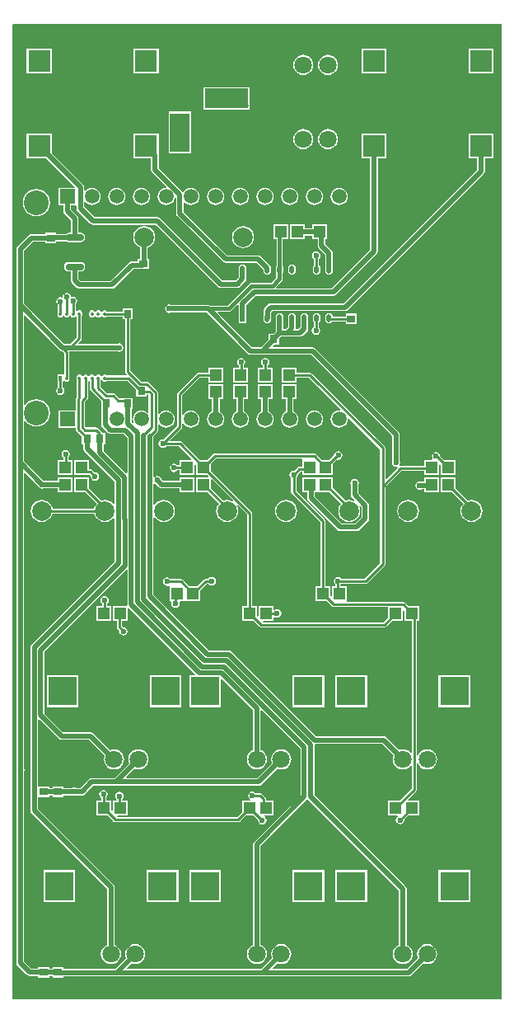
<source format=gtl>
G04*
G04 #@! TF.GenerationSoftware,Altium Limited,Altium Designer,19.0.10 (269)*
G04*
G04 Layer_Physical_Order=1*
G04 Layer_Color=255*
%FSLAX25Y25*%
%MOIN*%
G70*
G01*
G75*
%ADD11R,0.05000X0.05000*%
%ADD12R,0.03543X0.03150*%
%ADD13R,0.05000X0.05000*%
%ADD14R,0.01181X0.01968*%
%ADD15O,0.01181X0.01968*%
%ADD16O,0.13780X0.07874*%
%ADD17O,0.08268X0.02756*%
%ADD18O,0.07480X0.02756*%
%ADD19R,0.03150X0.03543*%
%ADD20R,0.09055X0.09055*%
%ADD21O,0.01890X0.03150*%
%ADD22R,0.01890X0.03150*%
%ADD45C,0.01500*%
%ADD46C,0.02000*%
%ADD47C,0.01000*%
%ADD48C,0.07874*%
%ADD49C,0.19685*%
%ADD50R,0.17717X0.07874*%
%ADD51R,0.07874X0.15748*%
%ADD52C,0.10000*%
%ADD53C,0.05906*%
%ADD54R,0.05906X0.05906*%
%ADD55R,0.11811X0.11811*%
%ADD56C,0.07087*%
%ADD57C,0.07087*%
%ADD58C,0.02362*%
G36*
X185825Y-21466D02*
X185725Y-21508D01*
X-11975D01*
X-12174Y372475D01*
X-11675Y372892D01*
X185825D01*
Y-21466D01*
D02*
G37*
%LPC*%
G36*
X182553Y362922D02*
X172498D01*
Y352867D01*
X182553D01*
Y362922D01*
D02*
G37*
G36*
X139246D02*
X129191D01*
Y352867D01*
X139246D01*
Y362922D01*
D02*
G37*
G36*
X47060D02*
X37005D01*
Y352867D01*
X47060D01*
Y362922D01*
D02*
G37*
G36*
X3753D02*
X-6302D01*
Y352867D01*
X3753D01*
Y362922D01*
D02*
G37*
G36*
X115625Y360470D02*
X114570Y360331D01*
X113586Y359924D01*
X112741Y359276D01*
X112093Y358431D01*
X111686Y357448D01*
X111547Y356392D01*
X111686Y355337D01*
X112093Y354353D01*
X112741Y353508D01*
X113586Y352860D01*
X114570Y352453D01*
X115625Y352314D01*
X116681Y352453D01*
X117664Y352860D01*
X118509Y353508D01*
X119157Y354353D01*
X119564Y355337D01*
X119703Y356392D01*
X119564Y357448D01*
X119157Y358431D01*
X118509Y359276D01*
X117664Y359924D01*
X116681Y360331D01*
X115625Y360470D01*
D02*
G37*
G36*
X105625D02*
X104570Y360331D01*
X103586Y359924D01*
X102742Y359276D01*
X102093Y358431D01*
X101686Y357448D01*
X101547Y356392D01*
X101686Y355337D01*
X102093Y354353D01*
X102742Y353508D01*
X103586Y352860D01*
X104570Y352453D01*
X105625Y352314D01*
X106681Y352453D01*
X107664Y352860D01*
X108509Y353508D01*
X109157Y354353D01*
X109564Y355337D01*
X109703Y356392D01*
X109564Y357448D01*
X109157Y358431D01*
X108509Y359276D01*
X107664Y359924D01*
X106681Y360331D01*
X105625Y360470D01*
D02*
G37*
G36*
X83884Y347329D02*
X65167D01*
Y338455D01*
X82236D01*
X82384Y338426D01*
X82531Y338455D01*
X83884D01*
Y339807D01*
X83913Y339955D01*
X83884Y340103D01*
Y347329D01*
D02*
G37*
G36*
X115625Y330470D02*
X114570Y330331D01*
X113586Y329924D01*
X112741Y329276D01*
X112093Y328431D01*
X111686Y327448D01*
X111547Y326392D01*
X111686Y325337D01*
X112093Y324353D01*
X112741Y323508D01*
X113586Y322860D01*
X114570Y322453D01*
X115625Y322314D01*
X116681Y322453D01*
X117664Y322860D01*
X118509Y323508D01*
X119157Y324353D01*
X119564Y325337D01*
X119703Y326392D01*
X119564Y327448D01*
X119157Y328431D01*
X118509Y329276D01*
X117664Y329924D01*
X116681Y330331D01*
X115625Y330470D01*
D02*
G37*
G36*
X105625D02*
X104570Y330331D01*
X103586Y329924D01*
X102742Y329276D01*
X102093Y328431D01*
X101686Y327448D01*
X101547Y326392D01*
X101686Y325337D01*
X102093Y324353D01*
X102742Y323508D01*
X103586Y322860D01*
X104570Y322453D01*
X105625Y322314D01*
X106681Y322453D01*
X107664Y322860D01*
X108509Y323508D01*
X109157Y324353D01*
X109564Y325337D01*
X109703Y326392D01*
X109564Y327448D01*
X109157Y328431D01*
X108509Y329276D01*
X107664Y329924D01*
X106681Y330331D01*
X105625Y330470D01*
D02*
G37*
G36*
X60065Y337487D02*
X51191D01*
Y320739D01*
X60065D01*
Y337487D01*
D02*
G37*
G36*
X120100Y306683D02*
X119199Y306564D01*
X118359Y306216D01*
X117638Y305663D01*
X117084Y304941D01*
X116736Y304101D01*
X116618Y303200D01*
X116736Y302299D01*
X117084Y301459D01*
X117638Y300738D01*
X118359Y300184D01*
X119199Y299836D01*
X120100Y299717D01*
X121001Y299836D01*
X121841Y300184D01*
X122563Y300738D01*
X123116Y301459D01*
X123464Y302299D01*
X123583Y303200D01*
X123464Y304101D01*
X123116Y304941D01*
X122563Y305663D01*
X121841Y306216D01*
X121001Y306564D01*
X120100Y306683D01*
D02*
G37*
G36*
X110100D02*
X109199Y306564D01*
X108359Y306216D01*
X107638Y305663D01*
X107084Y304941D01*
X106736Y304101D01*
X106617Y303200D01*
X106736Y302299D01*
X107084Y301459D01*
X107638Y300738D01*
X108359Y300184D01*
X109199Y299836D01*
X110100Y299717D01*
X111001Y299836D01*
X111841Y300184D01*
X112563Y300738D01*
X113116Y301459D01*
X113464Y302299D01*
X113583Y303200D01*
X113464Y304101D01*
X113116Y304941D01*
X112563Y305663D01*
X111841Y306216D01*
X111001Y306564D01*
X110100Y306683D01*
D02*
G37*
G36*
X100100D02*
X99199Y306564D01*
X98359Y306216D01*
X97637Y305663D01*
X97084Y304941D01*
X96736Y304101D01*
X96618Y303200D01*
X96736Y302299D01*
X97084Y301459D01*
X97637Y300738D01*
X98359Y300184D01*
X99199Y299836D01*
X100100Y299717D01*
X101001Y299836D01*
X101841Y300184D01*
X102563Y300738D01*
X103116Y301459D01*
X103464Y302299D01*
X103583Y303200D01*
X103464Y304101D01*
X103116Y304941D01*
X102563Y305663D01*
X101841Y306216D01*
X101001Y306564D01*
X100100Y306683D01*
D02*
G37*
G36*
X90100D02*
X89199Y306564D01*
X88359Y306216D01*
X87638Y305663D01*
X87084Y304941D01*
X86736Y304101D01*
X86617Y303200D01*
X86736Y302299D01*
X87084Y301459D01*
X87638Y300738D01*
X88359Y300184D01*
X89199Y299836D01*
X90100Y299717D01*
X91001Y299836D01*
X91841Y300184D01*
X92563Y300738D01*
X93116Y301459D01*
X93464Y302299D01*
X93583Y303200D01*
X93464Y304101D01*
X93116Y304941D01*
X92563Y305663D01*
X91841Y306216D01*
X91001Y306564D01*
X90100Y306683D01*
D02*
G37*
G36*
X80100D02*
X79199Y306564D01*
X78359Y306216D01*
X77637Y305663D01*
X77084Y304941D01*
X76736Y304101D01*
X76617Y303200D01*
X76736Y302299D01*
X77084Y301459D01*
X77637Y300738D01*
X78359Y300184D01*
X79199Y299836D01*
X80100Y299717D01*
X81001Y299836D01*
X81841Y300184D01*
X82563Y300738D01*
X83116Y301459D01*
X83464Y302299D01*
X83583Y303200D01*
X83464Y304101D01*
X83116Y304941D01*
X82563Y305663D01*
X81841Y306216D01*
X81001Y306564D01*
X80100Y306683D01*
D02*
G37*
G36*
X70100D02*
X69199Y306564D01*
X68359Y306216D01*
X67637Y305663D01*
X67084Y304941D01*
X66736Y304101D01*
X66618Y303200D01*
X66736Y302299D01*
X67084Y301459D01*
X67637Y300738D01*
X68359Y300184D01*
X69199Y299836D01*
X70100Y299717D01*
X71001Y299836D01*
X71841Y300184D01*
X72562Y300738D01*
X73116Y301459D01*
X73464Y302299D01*
X73583Y303200D01*
X73464Y304101D01*
X73116Y304941D01*
X72562Y305663D01*
X71841Y306216D01*
X71001Y306564D01*
X70100Y306683D01*
D02*
G37*
G36*
X47060Y328670D02*
X37005D01*
Y318615D01*
X44030D01*
Y314037D01*
X44147Y313452D01*
X44478Y312956D01*
X50315Y307119D01*
X50218Y306923D01*
X50051Y306676D01*
X49199Y306564D01*
X48359Y306216D01*
X47638Y305663D01*
X47084Y304941D01*
X46736Y304101D01*
X46617Y303200D01*
X46736Y302299D01*
X47084Y301459D01*
X47638Y300738D01*
X48359Y300184D01*
X49199Y299836D01*
X50100Y299717D01*
X51001Y299836D01*
X51841Y300184D01*
X52562Y300738D01*
X53116Y301459D01*
X53464Y302299D01*
X53513Y302672D01*
X54055Y302958D01*
X54095Y302938D01*
X54118Y302906D01*
Y296370D01*
X54234Y295785D01*
X54566Y295289D01*
X73044Y276811D01*
X73540Y276479D01*
X74125Y276363D01*
X86696D01*
X89524Y273535D01*
X89552Y273395D01*
Y273047D01*
X89664Y272483D01*
X89983Y272006D01*
X90461Y271686D01*
X91025Y271574D01*
X91589Y271686D01*
X92067Y272006D01*
X92386Y272483D01*
X92498Y273047D01*
Y273395D01*
X92555Y273677D01*
Y274197D01*
X92438Y274782D01*
X92389Y274855D01*
X92386Y274871D01*
X92067Y275349D01*
X91974Y275411D01*
X88411Y278974D01*
X87915Y279305D01*
X87330Y279421D01*
X74759D01*
X57177Y297004D01*
Y300581D01*
X57384Y300652D01*
X57677Y300708D01*
X58359Y300184D01*
X59199Y299836D01*
X60100Y299717D01*
X61001Y299836D01*
X61841Y300184D01*
X62563Y300738D01*
X63116Y301459D01*
X63464Y302299D01*
X63583Y303200D01*
X63464Y304101D01*
X63116Y304941D01*
X62563Y305663D01*
X61841Y306216D01*
X61001Y306564D01*
X60100Y306683D01*
X59199Y306564D01*
X58359Y306216D01*
X57638Y305663D01*
X57248Y305155D01*
X57018Y305100D01*
X56689Y305108D01*
X56625Y305135D01*
X47089Y314671D01*
Y320115D01*
X47060Y320263D01*
Y328670D01*
D02*
G37*
G36*
X40100Y306683D02*
X39199Y306564D01*
X38359Y306216D01*
X37637Y305663D01*
X37084Y304941D01*
X36736Y304101D01*
X36617Y303200D01*
X36736Y302299D01*
X37084Y301459D01*
X37637Y300738D01*
X38359Y300184D01*
X39199Y299836D01*
X40100Y299717D01*
X41001Y299836D01*
X41841Y300184D01*
X42562Y300738D01*
X43116Y301459D01*
X43464Y302299D01*
X43583Y303200D01*
X43464Y304101D01*
X43116Y304941D01*
X42562Y305663D01*
X41841Y306216D01*
X41001Y306564D01*
X40100Y306683D01*
D02*
G37*
G36*
X30100D02*
X29199Y306564D01*
X28359Y306216D01*
X27637Y305663D01*
X27084Y304941D01*
X26736Y304101D01*
X26618Y303200D01*
X26736Y302299D01*
X27084Y301459D01*
X27637Y300738D01*
X28359Y300184D01*
X29199Y299836D01*
X30100Y299717D01*
X31001Y299836D01*
X31841Y300184D01*
X32563Y300738D01*
X33116Y301459D01*
X33464Y302299D01*
X33583Y303200D01*
X33464Y304101D01*
X33116Y304941D01*
X32563Y305663D01*
X31841Y306216D01*
X31001Y306564D01*
X30100Y306683D01*
D02*
G37*
G36*
X3753Y328670D02*
X-6302D01*
Y318615D01*
X1590D01*
X13090Y307115D01*
X12899Y306653D01*
X6647D01*
Y299747D01*
X8571D01*
Y297247D01*
X8687Y296662D01*
X9019Y296166D01*
X11556Y293629D01*
Y288517D01*
X10723D01*
X9990Y288371D01*
X9516Y288054D01*
X5697D01*
Y288523D01*
X1154D01*
Y287977D01*
X-4319D01*
X-4904Y287861D01*
X-5400Y287529D01*
X-9981Y282948D01*
X-10313Y282452D01*
X-10429Y281867D01*
Y259200D01*
Y195535D01*
Y72029D01*
X-10484Y71948D01*
X-10614Y71292D01*
X-10484Y70636D01*
X-10429Y70555D01*
Y-6783D01*
X-10313Y-7368D01*
X-9981Y-7864D01*
X-6356Y-11489D01*
X-5860Y-11821D01*
X-5275Y-11937D01*
X-1746D01*
Y-12539D01*
X2797D01*
Y-11993D01*
X4054D01*
Y-12539D01*
X8597D01*
Y-12193D01*
X148167D01*
X148752Y-12077D01*
X149248Y-11745D01*
X154158Y-6836D01*
X154667Y-7047D01*
X155723Y-7186D01*
X156778Y-7047D01*
X157762Y-6640D01*
X158607Y-5992D01*
X159255Y-5147D01*
X159662Y-4163D01*
X159801Y-3108D01*
X159662Y-2052D01*
X159255Y-1069D01*
X158607Y-224D01*
X157762Y424D01*
X156778Y831D01*
X155723Y970D01*
X154667Y831D01*
X153684Y424D01*
X152839Y-224D01*
X152191Y-1069D01*
X151784Y-2052D01*
X151645Y-3108D01*
X151784Y-4163D01*
X151995Y-4673D01*
X147534Y-9134D01*
X93457D01*
X93266Y-8672D01*
X95103Y-6836D01*
X95612Y-7047D01*
X96668Y-7186D01*
X97723Y-7047D01*
X98707Y-6640D01*
X99551Y-5992D01*
X100200Y-5147D01*
X100607Y-4163D01*
X100746Y-3108D01*
X100607Y-2052D01*
X100200Y-1069D01*
X99551Y-224D01*
X98707Y424D01*
X97723Y831D01*
X96668Y970D01*
X95612Y831D01*
X94629Y424D01*
X93784Y-224D01*
X93136Y-1069D01*
X92729Y-2052D01*
X92589Y-3108D01*
X92729Y-4163D01*
X92940Y-4673D01*
X88478Y-9134D01*
X34402D01*
X34211Y-8672D01*
X36047Y-6836D01*
X36557Y-7047D01*
X37613Y-7186D01*
X38668Y-7047D01*
X39652Y-6640D01*
X40496Y-5992D01*
X41144Y-5147D01*
X41552Y-4163D01*
X41691Y-3108D01*
X41552Y-2052D01*
X41144Y-1069D01*
X40496Y-224D01*
X39652Y424D01*
X38668Y831D01*
X37613Y970D01*
X36557Y831D01*
X35574Y424D01*
X34729Y-224D01*
X34081Y-1069D01*
X33673Y-2052D01*
X33534Y-3108D01*
X33673Y-4163D01*
X33885Y-4673D01*
X29423Y-9134D01*
X8597D01*
Y-8389D01*
X4054D01*
Y-8934D01*
X2797D01*
Y-8389D01*
X-1746D01*
Y-8879D01*
X-4641D01*
X-7371Y-6149D01*
Y70555D01*
X-7316Y70636D01*
X-7186Y71292D01*
X-7316Y71948D01*
X-7371Y72029D01*
Y191190D01*
X-6909Y191381D01*
X-1759Y186232D01*
X-1740Y186136D01*
X-1369Y185580D01*
X-813Y185209D01*
X-157Y185078D01*
X499Y185209D01*
X580Y185263D01*
X6230D01*
Y183792D01*
X12230D01*
Y189792D01*
X6230D01*
Y188321D01*
X580D01*
X499Y188376D01*
X404Y188395D01*
X-7371Y196169D01*
Y212322D01*
X-6871Y212491D01*
X-6323Y211777D01*
X-5174Y210896D01*
X-3836Y210342D01*
X-2400Y210153D01*
X-964Y210342D01*
X374Y210896D01*
X1523Y211777D01*
X2404Y212926D01*
X2958Y214264D01*
X3148Y215700D01*
X2958Y217136D01*
X2404Y218474D01*
X1523Y219623D01*
X374Y220504D01*
X-964Y221059D01*
X-2400Y221248D01*
X-3836Y221059D01*
X-5174Y220504D01*
X-6323Y219623D01*
X-6871Y218909D01*
X-7371Y219078D01*
Y254854D01*
X-6909Y255046D01*
X7119Y241019D01*
X7615Y240687D01*
X8200Y240571D01*
X8287D01*
X8869Y239989D01*
Y231400D01*
X8421Y231276D01*
X8369Y231276D01*
X6239D01*
Y228308D01*
X6308D01*
Y225934D01*
X6113Y225804D01*
X5742Y225248D01*
X5611Y224592D01*
X5742Y223936D01*
X6113Y223380D01*
X6669Y223009D01*
X7325Y222878D01*
X7981Y223009D01*
X8537Y223380D01*
X8909Y223936D01*
X9039Y224592D01*
X8909Y225248D01*
X8537Y225804D01*
X8347Y225931D01*
Y228308D01*
X8421D01*
Y228802D01*
X8502Y228833D01*
X8920Y228885D01*
X9103Y228612D01*
X9464Y228371D01*
X9889Y228287D01*
X10315Y228371D01*
X10675Y228612D01*
X10916Y228973D01*
X11001Y229398D01*
Y230186D01*
X10916Y230611D01*
X10909Y230623D01*
Y240411D01*
X11039Y240571D01*
X30363D01*
X30444Y240516D01*
X31100Y240386D01*
X31756Y240516D01*
X32312Y240888D01*
X32684Y241444D01*
X32814Y242100D01*
X32684Y242756D01*
X32312Y243312D01*
X31756Y243684D01*
X31100Y243814D01*
X30444Y243684D01*
X30363Y243629D01*
X14825D01*
X14633Y244091D01*
X15728Y245186D01*
X15949Y245517D01*
X16027Y245907D01*
Y254946D01*
X16034Y254957D01*
X16119Y255383D01*
Y256170D01*
X16034Y256596D01*
X15793Y256956D01*
X15433Y257197D01*
X15007Y257282D01*
X14582Y257197D01*
X14221Y256956D01*
X13603Y256931D01*
X13456Y257076D01*
Y259559D01*
X13637Y259680D01*
X14009Y260236D01*
X14139Y260892D01*
X14009Y261548D01*
X13637Y262104D01*
X13081Y262476D01*
X12425Y262606D01*
X12100Y262542D01*
X11755Y262505D01*
X11557Y262905D01*
X11509Y263148D01*
X11137Y263704D01*
X10581Y264076D01*
X9925Y264206D01*
X9269Y264076D01*
X8713Y263704D01*
X8342Y263148D01*
X8269Y262785D01*
X8048Y262470D01*
X7727Y262426D01*
X7325Y262506D01*
X6669Y262376D01*
X6113Y262004D01*
X5742Y261448D01*
X5611Y260792D01*
X5742Y260136D01*
X6113Y259580D01*
X6308Y259450D01*
Y256604D01*
X6303Y256596D01*
X6218Y256170D01*
Y255383D01*
X6303Y254957D01*
X6544Y254596D01*
X6904Y254355D01*
X7330Y254271D01*
X7755Y254355D01*
X8116Y254596D01*
X8353Y254951D01*
X8386Y254957D01*
X8833D01*
X8866Y254951D01*
X9103Y254596D01*
X9464Y254355D01*
X9889Y254271D01*
X10315Y254355D01*
X10675Y254596D01*
X10912Y254951D01*
X10945Y254957D01*
X11392D01*
X11425Y254951D01*
X11662Y254596D01*
X12022Y254355D01*
X12448Y254271D01*
X12874Y254355D01*
X13234Y254596D01*
X13847Y254613D01*
X13987Y254472D01*
Y246329D01*
X11287Y243629D01*
X8833D01*
X-7371Y259834D01*
Y281233D01*
X-3685Y284919D01*
X1154D01*
Y284373D01*
X5697D01*
Y284996D01*
X9747D01*
X9990Y284833D01*
X10723Y284687D01*
X15447D01*
X16180Y284833D01*
X16801Y285248D01*
X17216Y285869D01*
X17362Y286602D01*
X17216Y287335D01*
X16801Y287956D01*
X16180Y288371D01*
X15447Y288517D01*
X14615D01*
Y294262D01*
X14498Y294847D01*
X14167Y295343D01*
X11629Y297881D01*
Y299747D01*
X13553D01*
X13896Y299389D01*
Y298292D01*
X14012Y297707D01*
X14344Y297211D01*
X19344Y292211D01*
X19840Y291879D01*
X20425Y291763D01*
X41157D01*
X41190Y291263D01*
X40791Y291210D01*
X40067Y291115D01*
X38988Y290668D01*
X38061Y289957D01*
X37350Y289030D01*
X36902Y287950D01*
X36750Y286792D01*
X36902Y285634D01*
X37350Y284555D01*
X38061Y283628D01*
X38988Y282916D01*
X39546Y282685D01*
Y277979D01*
X38654D01*
Y276950D01*
X36154D01*
X35568Y276833D01*
X35072Y276502D01*
X27592Y269022D01*
X15659D01*
X14615Y270066D01*
Y272867D01*
X15447D01*
X16180Y273013D01*
X16801Y273428D01*
X17216Y274049D01*
X17362Y274782D01*
X17216Y275515D01*
X16801Y276136D01*
X16180Y276551D01*
X15447Y276697D01*
X10723D01*
X9990Y276551D01*
X9369Y276136D01*
X8954Y275515D01*
X8808Y274782D01*
X8954Y274049D01*
X9369Y273428D01*
X9990Y273013D01*
X10723Y272867D01*
X11556D01*
Y269432D01*
X11672Y268847D01*
X12004Y268351D01*
X13944Y266411D01*
X14440Y266079D01*
X15025Y265963D01*
X28225D01*
X28811Y266079D01*
X29307Y266411D01*
X36787Y273891D01*
X38654D01*
Y273829D01*
X43197D01*
Y277979D01*
X42605D01*
Y282561D01*
X43463Y282916D01*
X44390Y283628D01*
X45101Y284555D01*
X45548Y285634D01*
X45700Y286792D01*
X45548Y287950D01*
X45101Y289030D01*
X44390Y289957D01*
X43463Y290668D01*
X42384Y291115D01*
X41660Y291210D01*
X41261Y291263D01*
X41294Y291763D01*
X45992D01*
X71044Y266711D01*
X71540Y266379D01*
X72125Y266263D01*
X78925D01*
X79510Y266379D01*
X80007Y266711D01*
X82051Y268756D01*
X82383Y269252D01*
X82499Y269837D01*
Y273400D01*
X82555Y273677D01*
X82498Y273960D01*
Y274307D01*
X82386Y274871D01*
X82067Y275349D01*
X81589Y275668D01*
X81025Y275780D01*
X80462Y275668D01*
X79984Y275349D01*
X79664Y274871D01*
X79552Y274307D01*
Y274182D01*
X79441Y273622D01*
Y270470D01*
X78292Y269321D01*
X72759D01*
X47707Y294374D01*
X47210Y294705D01*
X46625Y294822D01*
X21059D01*
X16955Y298926D01*
Y300806D01*
X17455Y300976D01*
X17638Y300738D01*
X18359Y300184D01*
X19199Y299836D01*
X20100Y299717D01*
X21001Y299836D01*
X21841Y300184D01*
X22562Y300738D01*
X23116Y301459D01*
X23464Y302299D01*
X23583Y303200D01*
X23464Y304101D01*
X23116Y304941D01*
X22562Y305663D01*
X21841Y306216D01*
X21001Y306564D01*
X20100Y306683D01*
X19199Y306564D01*
X18359Y306216D01*
X17638Y305663D01*
X17455Y305424D01*
X16955Y305594D01*
Y306943D01*
X16838Y307528D01*
X16507Y308024D01*
X3753Y320778D01*
Y328670D01*
D02*
G37*
G36*
X-2400Y306247D02*
X-3836Y306059D01*
X-5174Y305504D01*
X-6323Y304623D01*
X-7204Y303474D01*
X-7758Y302136D01*
X-7947Y300700D01*
X-7758Y299264D01*
X-7204Y297926D01*
X-6323Y296777D01*
X-5174Y295896D01*
X-3836Y295342D01*
X-2400Y295153D01*
X-964Y295342D01*
X374Y295896D01*
X1523Y296777D01*
X2404Y297926D01*
X2958Y299264D01*
X3148Y300700D01*
X2958Y302136D01*
X2404Y303474D01*
X1523Y304623D01*
X374Y305504D01*
X-964Y306059D01*
X-2400Y306247D01*
D02*
G37*
G36*
X115100Y291900D02*
X109100D01*
Y290429D01*
X106100D01*
Y291900D01*
X100100D01*
Y285900D01*
X106100D01*
Y287371D01*
X109100D01*
Y285900D01*
X111471D01*
Y283400D01*
X111587Y282815D01*
X111919Y282319D01*
X114496Y279741D01*
Y273677D01*
X114552Y273395D01*
Y273047D01*
X114664Y272483D01*
X114983Y272006D01*
X115461Y271686D01*
X116025Y271574D01*
X116589Y271686D01*
X117067Y272006D01*
X117386Y272483D01*
X117498Y273047D01*
Y273395D01*
X117555Y273677D01*
Y280375D01*
X117438Y280960D01*
X117107Y281456D01*
X114529Y284033D01*
Y285900D01*
X115100D01*
Y291900D01*
D02*
G37*
G36*
X81225Y291267D02*
X80067Y291115D01*
X78988Y290668D01*
X78061Y289957D01*
X77350Y289030D01*
X76902Y287950D01*
X76750Y286792D01*
X76902Y285634D01*
X77350Y284555D01*
X78061Y283628D01*
X78988Y282916D01*
X80067Y282469D01*
X81225Y282317D01*
X82384Y282469D01*
X83463Y282916D01*
X84390Y283628D01*
X85101Y284555D01*
X85548Y285634D01*
X85701Y286792D01*
X85548Y287950D01*
X85101Y289030D01*
X84390Y289957D01*
X83463Y290668D01*
X82384Y291115D01*
X81225Y291267D01*
D02*
G37*
G36*
X110825Y281006D02*
X110169Y280876D01*
X109613Y280504D01*
X109242Y279948D01*
X109111Y279292D01*
X109242Y278636D01*
X109613Y278080D01*
X109906Y277885D01*
Y275232D01*
X109664Y274871D01*
X109552Y274307D01*
Y273047D01*
X109664Y272483D01*
X109984Y272006D01*
X110461Y271686D01*
X111025Y271574D01*
X111589Y271686D01*
X112067Y272006D01*
X112386Y272483D01*
X112498Y273047D01*
Y274307D01*
X112386Y274871D01*
X112067Y275349D01*
X111945Y275430D01*
Y278018D01*
X112037Y278080D01*
X112409Y278636D01*
X112539Y279292D01*
X112409Y279948D01*
X112037Y280504D01*
X111481Y280876D01*
X110825Y281006D01*
D02*
G37*
G36*
X101025Y275780D02*
X100461Y275668D01*
X99984Y275349D01*
X99664Y274871D01*
X99552Y274307D01*
Y273047D01*
X99664Y272483D01*
X99984Y272006D01*
X100461Y271686D01*
X101025Y271574D01*
X101589Y271686D01*
X102067Y272006D01*
X102386Y272483D01*
X102498Y273047D01*
Y274307D01*
X102386Y274871D01*
X102067Y275349D01*
X101589Y275668D01*
X101025Y275780D01*
D02*
G37*
G36*
X139246Y328670D02*
X129191D01*
Y318615D01*
X132689D01*
Y281519D01*
X117292Y266122D01*
X94677D01*
X94486Y266583D01*
X96854Y268951D01*
X97130Y269365D01*
X97227Y269852D01*
Y272245D01*
X97386Y272483D01*
X97498Y273047D01*
Y274307D01*
X97386Y274871D01*
X97300Y275000D01*
Y285900D01*
X99500D01*
Y291900D01*
X93500D01*
Y285900D01*
X94751D01*
Y275000D01*
X94664Y274871D01*
X94552Y274307D01*
Y273047D01*
X94664Y272483D01*
X94678Y272463D01*
Y270380D01*
X92572Y268274D01*
X84700D01*
X84212Y268178D01*
X83799Y267901D01*
X74972Y259074D01*
X67892D01*
X67685Y259213D01*
X67100Y259329D01*
X52037D01*
X51956Y259384D01*
X51300Y259514D01*
X50644Y259384D01*
X50088Y259012D01*
X49716Y258456D01*
X49586Y257800D01*
X49716Y257144D01*
X50088Y256588D01*
X50644Y256216D01*
X51300Y256086D01*
X51956Y256216D01*
X52037Y256271D01*
X66466D01*
X83119Y239619D01*
X83615Y239287D01*
X84200Y239171D01*
X108766D01*
X141571Y206366D01*
Y196337D01*
X141516Y196256D01*
X141386Y195600D01*
X141516Y194944D01*
X141888Y194388D01*
X142444Y194016D01*
X143100Y193886D01*
X143539Y193973D01*
X143786Y193512D01*
X139207Y188934D01*
X138745Y189125D01*
Y201475D01*
X138667Y201865D01*
X138446Y202196D01*
X109029Y231613D01*
X108698Y231834D01*
X108308Y231912D01*
X103025D01*
Y233892D01*
X97025D01*
Y227892D01*
X103025D01*
Y229872D01*
X107886D01*
X120643Y217115D01*
X120409Y216642D01*
X120100Y216683D01*
X119199Y216564D01*
X118359Y216216D01*
X117638Y215663D01*
X117084Y214941D01*
X116736Y214101D01*
X116618Y213200D01*
X116736Y212299D01*
X117084Y211459D01*
X117638Y210737D01*
X118359Y210184D01*
X119199Y209836D01*
X120100Y209717D01*
X121001Y209836D01*
X121841Y210184D01*
X122563Y210737D01*
X123116Y211459D01*
X123464Y212299D01*
X123583Y213200D01*
X123542Y213509D01*
X124015Y213743D01*
X136706Y201052D01*
Y186010D01*
Y154914D01*
X130503Y148712D01*
X120966D01*
X120837Y148904D01*
X120281Y149276D01*
X119625Y149406D01*
X118969Y149276D01*
X118413Y148904D01*
X118042Y148348D01*
X117911Y147692D01*
X118042Y147036D01*
X118413Y146480D01*
X118606Y146352D01*
Y145561D01*
X117053D01*
Y141550D01*
X116553Y141282D01*
X116453Y141349D01*
Y145561D01*
X114472D01*
Y172065D01*
X114395Y172455D01*
X114174Y172785D01*
X102745Y184214D01*
Y189352D01*
X102937Y189480D01*
X103309Y190036D01*
X103439Y190692D01*
X103394Y190919D01*
X104448Y191972D01*
X105097D01*
Y190743D01*
X111097D01*
Y194754D01*
X111597Y195021D01*
X111697Y194955D01*
Y190743D01*
X117697D01*
Y195301D01*
X119265Y196870D01*
X119725Y196778D01*
X120381Y196909D01*
X120937Y197280D01*
X121309Y197836D01*
X121439Y198492D01*
X121309Y199148D01*
X120937Y199704D01*
X120381Y200076D01*
X119725Y200206D01*
X119069Y200076D01*
X118513Y199704D01*
X118142Y199148D01*
X118013Y198501D01*
X116255Y196742D01*
X113138D01*
X110968Y198913D01*
X110637Y199134D01*
X110247Y199212D01*
X69713D01*
X69323Y199134D01*
X68992Y198913D01*
X66821Y196742D01*
X63705D01*
X56435Y204013D01*
X56104Y204234D01*
X55714Y204312D01*
X51840D01*
X51649Y204774D01*
X56246Y209371D01*
X56467Y209702D01*
X56545Y210092D01*
Y211454D01*
X57045Y211554D01*
X57084Y211459D01*
X57638Y210737D01*
X58359Y210184D01*
X59199Y209836D01*
X60100Y209717D01*
X61001Y209836D01*
X61841Y210184D01*
X62563Y210737D01*
X63116Y211459D01*
X63464Y212299D01*
X63583Y213200D01*
X63464Y214101D01*
X63116Y214941D01*
X62563Y215663D01*
X61841Y216216D01*
X61001Y216564D01*
X60100Y216683D01*
X59199Y216564D01*
X58359Y216216D01*
X57638Y215663D01*
X57084Y214941D01*
X57045Y214846D01*
X56545Y214946D01*
Y222870D01*
X63548Y229872D01*
X67325D01*
Y227892D01*
X73325D01*
Y233892D01*
X67325D01*
Y231912D01*
X63125D01*
X62735Y231834D01*
X62404Y231613D01*
X54804Y224013D01*
X54583Y223682D01*
X54506Y223292D01*
Y210514D01*
X48952Y204961D01*
X48725Y205006D01*
X48069Y204876D01*
X47513Y204504D01*
X47142Y203948D01*
X47011Y203292D01*
X47142Y202636D01*
X47513Y202080D01*
X48069Y201709D01*
X48725Y201578D01*
X49381Y201709D01*
X49937Y202080D01*
X50066Y202273D01*
X55291D01*
X60359Y197204D01*
X60168Y196742D01*
X55663D01*
Y194512D01*
X54666D01*
X54537Y194704D01*
X53981Y195076D01*
X53325Y195206D01*
X52669Y195076D01*
X52113Y194704D01*
X51742Y194148D01*
X51611Y193492D01*
X51742Y192836D01*
X52113Y192280D01*
X52669Y191909D01*
X53325Y191778D01*
X53981Y191909D01*
X54537Y192280D01*
X54666Y192473D01*
X55663D01*
Y190743D01*
X61663D01*
Y194754D01*
X62163Y195021D01*
X62263Y194955D01*
Y190743D01*
X66821D01*
X67310Y190254D01*
X67118Y189792D01*
X62263D01*
Y183792D01*
X66821D01*
X71520Y179094D01*
X70883Y178264D01*
X70436Y177184D01*
X70283Y176026D01*
X70436Y174868D01*
X70883Y173788D01*
X71594Y172862D01*
X72521Y172150D01*
X73600Y171703D01*
X74759Y171551D01*
X75917Y171703D01*
X76996Y172150D01*
X77923Y172862D01*
X78634Y173788D01*
X79081Y174868D01*
X79234Y176026D01*
X79081Y177184D01*
X78634Y178264D01*
X79044Y178520D01*
X82906Y174658D01*
Y137687D01*
X80925D01*
Y131687D01*
X85483D01*
X87800Y129371D01*
X88130Y129150D01*
X88520Y129072D01*
X138385D01*
X138775Y129150D01*
X139106Y129371D01*
X141422Y131687D01*
X145980D01*
Y135699D01*
X146480Y135966D01*
X146580Y135899D01*
Y131687D01*
X149404D01*
Y78460D01*
X148931Y78299D01*
X148764Y78516D01*
X147919Y79164D01*
X146936Y79571D01*
X145880Y79711D01*
X144825Y79571D01*
X144315Y79360D01*
X139202Y84474D01*
X138706Y84805D01*
X138120Y84921D01*
X110931D01*
X76674Y119178D01*
X76178Y119510D01*
X75592Y119626D01*
X67563D01*
X44955Y142235D01*
Y173407D01*
X45455Y173577D01*
X46003Y172862D01*
X46930Y172150D01*
X48010Y171703D01*
X49168Y171551D01*
X50326Y171703D01*
X51406Y172150D01*
X52333Y172862D01*
X53044Y173788D01*
X53491Y174868D01*
X53643Y176026D01*
X53491Y177184D01*
X53044Y178264D01*
X52333Y179191D01*
X51406Y179902D01*
X50326Y180349D01*
X49168Y180501D01*
X48010Y180349D01*
X46930Y179902D01*
X46003Y179191D01*
X45455Y178475D01*
X44955Y178645D01*
Y187037D01*
X45180Y187168D01*
X45455Y187243D01*
X45944Y186916D01*
X46040Y186897D01*
X47226Y185711D01*
X47723Y185379D01*
X48308Y185263D01*
X55663D01*
Y183792D01*
X61663D01*
Y189792D01*
X55663D01*
Y188321D01*
X48941D01*
X48203Y189060D01*
X48184Y189156D01*
X47812Y189712D01*
X47256Y190084D01*
X46600Y190214D01*
X45944Y190084D01*
X45455Y189757D01*
X45180Y189832D01*
X44955Y189963D01*
Y206301D01*
X44940Y206375D01*
X46446Y207880D01*
X46667Y208211D01*
X46745Y208601D01*
Y211080D01*
X47245Y211249D01*
X47638Y210737D01*
X48359Y210184D01*
X49199Y209836D01*
X50100Y209717D01*
X51001Y209836D01*
X51841Y210184D01*
X52562Y210737D01*
X53116Y211459D01*
X53464Y212299D01*
X53583Y213200D01*
X53464Y214101D01*
X53116Y214941D01*
X52562Y215663D01*
X51841Y216216D01*
X51001Y216564D01*
X50100Y216683D01*
X49199Y216564D01*
X48359Y216216D01*
X47638Y215663D01*
X47245Y215151D01*
X46745Y215320D01*
Y223914D01*
X46667Y224304D01*
X46446Y224634D01*
X42942Y228138D01*
X42612Y228359D01*
X42221Y228437D01*
X39899D01*
X35489Y232847D01*
Y253520D01*
X36544D01*
Y258064D01*
X32394D01*
Y256796D01*
X26137D01*
X26030Y256956D01*
X25669Y257197D01*
X25243Y257282D01*
X24818Y257197D01*
X24457Y256956D01*
X24220Y256602D01*
X24187Y256596D01*
X23741D01*
X23708Y256602D01*
X23471Y256956D01*
X23110Y257197D01*
X22684Y257282D01*
X22259Y257197D01*
X21898Y256956D01*
X21661Y256602D01*
X21628Y256596D01*
X21182D01*
X21148Y256602D01*
X20911Y256956D01*
X20551Y257197D01*
X20125Y257282D01*
X19700Y257197D01*
X19339Y256956D01*
X19098Y256596D01*
X19013Y256170D01*
Y255383D01*
X19098Y254957D01*
X19339Y254596D01*
X19700Y254355D01*
X20125Y254271D01*
X20551Y254355D01*
X20911Y254596D01*
X21148Y254951D01*
X21182Y254957D01*
X21628D01*
X21661Y254951D01*
X21898Y254596D01*
X22259Y254355D01*
X22684Y254271D01*
X23110Y254355D01*
X23471Y254596D01*
X23708Y254951D01*
X23741Y254957D01*
X24187D01*
X24220Y254951D01*
X24457Y254596D01*
X24818Y254355D01*
X25243Y254271D01*
X25669Y254355D01*
X26030Y254596D01*
X26137Y254757D01*
X32394D01*
Y253520D01*
X33450D01*
Y232424D01*
X33527Y232034D01*
X33748Y231703D01*
X34178Y231274D01*
X33987Y230812D01*
X26137D01*
X26030Y230972D01*
X25669Y231213D01*
X25243Y231298D01*
X24818Y231213D01*
X24457Y230972D01*
X24220Y230617D01*
X24187Y230611D01*
X23741D01*
X23708Y230617D01*
X23471Y230972D01*
X23110Y231213D01*
X22684Y231298D01*
X22259Y231213D01*
X21898Y230972D01*
X21661Y230617D01*
X21628Y230611D01*
X21182D01*
X21148Y230617D01*
X20911Y230972D01*
X20551Y231213D01*
X20125Y231298D01*
X19700Y231213D01*
X19339Y230972D01*
X19102Y230617D01*
X19069Y230611D01*
X18623D01*
X18589Y230617D01*
X18352Y230972D01*
X17992Y231213D01*
X17566Y231298D01*
X17141Y231213D01*
X16780Y230972D01*
X16543Y230617D01*
X16510Y230611D01*
X16063D01*
X16030Y230617D01*
X15793Y230972D01*
X15433Y231213D01*
X15007Y231298D01*
X14582Y231213D01*
X14221Y230972D01*
X13980Y230611D01*
X13895Y230186D01*
Y229398D01*
X13980Y228973D01*
X13987Y228961D01*
Y222036D01*
X13926Y221975D01*
X13705Y221644D01*
X13628Y221254D01*
Y217122D01*
X13553Y216653D01*
X13128Y216653D01*
X6647D01*
Y209747D01*
X13553Y209747D01*
X13628Y209278D01*
Y209023D01*
X13705Y208633D01*
X13926Y208302D01*
X16006Y206222D01*
Y203120D01*
X16552D01*
Y201436D01*
X16668Y200851D01*
X17000Y200355D01*
X29296Y188059D01*
Y178961D01*
X28796Y178792D01*
X28490Y179191D01*
X27563Y179902D01*
X26484Y180349D01*
X25325Y180501D01*
X24167Y180349D01*
X23847Y180217D01*
X18830Y185234D01*
Y189792D01*
X12830D01*
Y183792D01*
X17388D01*
X22086Y179094D01*
X21450Y178264D01*
X21002Y177184D01*
X20984Y177046D01*
X4076D01*
X4058Y177184D01*
X3610Y178264D01*
X2899Y179191D01*
X1972Y179902D01*
X893Y180349D01*
X-265Y180501D01*
X-1424Y180349D01*
X-2503Y179902D01*
X-3430Y179191D01*
X-4141Y178264D01*
X-4588Y177184D01*
X-4741Y176026D01*
X-4588Y174868D01*
X-4141Y173788D01*
X-3430Y172862D01*
X-2503Y172150D01*
X-1424Y171703D01*
X-265Y171551D01*
X893Y171703D01*
X1972Y172150D01*
X2899Y172862D01*
X3610Y173788D01*
X4058Y174868D01*
X4076Y175006D01*
X20984D01*
X21002Y174868D01*
X21450Y173788D01*
X22161Y172862D01*
X23088Y172150D01*
X24167Y171703D01*
X25325Y171551D01*
X26484Y171703D01*
X27563Y172150D01*
X28490Y172862D01*
X28796Y173260D01*
X29296Y173091D01*
Y155561D01*
X-4356Y121909D01*
X-4688Y121413D01*
X-4804Y120828D01*
Y54992D01*
X-4688Y54407D01*
X-4356Y53911D01*
X26241Y23314D01*
Y635D01*
X25731Y424D01*
X24886Y-224D01*
X24238Y-1069D01*
X23831Y-2052D01*
X23692Y-3108D01*
X23831Y-4163D01*
X24238Y-5147D01*
X24886Y-5992D01*
X25731Y-6640D01*
X26715Y-7047D01*
X27770Y-7186D01*
X28826Y-7047D01*
X29809Y-6640D01*
X30654Y-5992D01*
X31302Y-5147D01*
X31709Y-4163D01*
X31848Y-3108D01*
X31709Y-2052D01*
X31302Y-1069D01*
X30654Y-224D01*
X29809Y424D01*
X29300Y635D01*
Y23947D01*
X29183Y24532D01*
X28852Y25029D01*
X-1745Y55626D01*
Y60461D01*
X2797D01*
Y61007D01*
X4054D01*
Y60461D01*
X8597D01*
Y61007D01*
X12278D01*
X12925Y60878D01*
X13572Y61007D01*
X16069D01*
X16655Y61123D01*
X17151Y61455D01*
X20659Y64963D01*
X87528D01*
X88113Y65079D01*
X88609Y65411D01*
X95103Y71904D01*
X95612Y71693D01*
X96668Y71554D01*
X97723Y71693D01*
X98707Y72101D01*
X99551Y72749D01*
X100200Y73593D01*
X100607Y74577D01*
X100746Y75632D01*
X100607Y76688D01*
X100200Y77671D01*
X99551Y78516D01*
X98707Y79164D01*
X97723Y79571D01*
X96668Y79711D01*
X95612Y79571D01*
X94629Y79164D01*
X93784Y78516D01*
X93136Y77671D01*
X92729Y76688D01*
X92589Y75632D01*
X92729Y74577D01*
X92940Y74067D01*
X86894Y68022D01*
X34055D01*
X33864Y68484D01*
X37284Y71904D01*
X37794Y71693D01*
X38850Y71554D01*
X39905Y71693D01*
X40889Y72101D01*
X41733Y72749D01*
X42382Y73593D01*
X42789Y74577D01*
X42928Y75632D01*
X42789Y76688D01*
X42382Y77671D01*
X41733Y78516D01*
X40889Y79164D01*
X39905Y79571D01*
X38850Y79711D01*
X37794Y79571D01*
X36810Y79164D01*
X35966Y78516D01*
X35318Y77671D01*
X34910Y76688D01*
X34771Y75632D01*
X34910Y74577D01*
X35122Y74067D01*
X29076Y68022D01*
X20025D01*
X19440Y67905D01*
X18944Y67574D01*
X15436Y64066D01*
X13746D01*
X13581Y64176D01*
X12925Y64306D01*
X12269Y64176D01*
X12105Y64066D01*
X8597D01*
Y64611D01*
X4054D01*
Y64066D01*
X2797D01*
Y64611D01*
X-1745D01*
Y91647D01*
X-1283Y91838D01*
X6644Y83911D01*
X7140Y83579D01*
X7725Y83463D01*
X19014D01*
X25279Y77197D01*
X25068Y76688D01*
X24929Y75632D01*
X25068Y74577D01*
X25475Y73593D01*
X26123Y72749D01*
X26968Y72101D01*
X27952Y71693D01*
X29007Y71554D01*
X30063Y71693D01*
X31046Y72101D01*
X31891Y72749D01*
X32539Y73593D01*
X32946Y74577D01*
X33085Y75632D01*
X32946Y76688D01*
X32539Y77671D01*
X31891Y78516D01*
X31046Y79164D01*
X30063Y79571D01*
X29007Y79711D01*
X27952Y79571D01*
X27442Y79360D01*
X20729Y86074D01*
X20233Y86405D01*
X19647Y86522D01*
X8359D01*
X755Y94126D01*
Y119159D01*
X33934Y152338D01*
X34396Y152147D01*
Y138292D01*
X34417Y138187D01*
X34006Y137687D01*
X28470D01*
Y131687D01*
X30106D01*
Y129092D01*
X30183Y128702D01*
X30404Y128371D01*
X31073Y127702D01*
X31011Y127392D01*
X31142Y126736D01*
X31513Y126180D01*
X32069Y125809D01*
X32725Y125678D01*
X33381Y125809D01*
X33937Y126180D01*
X34309Y126736D01*
X34439Y127392D01*
X34309Y128048D01*
X33937Y128604D01*
X33381Y128976D01*
X32725Y129106D01*
X32582Y129078D01*
X32145Y129515D01*
Y131687D01*
X34470D01*
Y136905D01*
X34472Y136906D01*
X34970Y137084D01*
X61996Y110059D01*
X61804Y109597D01*
X59554D01*
Y96786D01*
X72365D01*
Y107902D01*
X72826Y108093D01*
X85296Y95624D01*
Y79375D01*
X84786Y79164D01*
X83942Y78516D01*
X83293Y77671D01*
X82886Y76688D01*
X82747Y75632D01*
X82886Y74577D01*
X83293Y73593D01*
X83942Y72749D01*
X84786Y72101D01*
X85770Y71693D01*
X86825Y71554D01*
X87881Y71693D01*
X88864Y72101D01*
X89709Y72749D01*
X90357Y73593D01*
X90764Y74577D01*
X90903Y75632D01*
X90764Y76688D01*
X90357Y77671D01*
X89709Y78516D01*
X88864Y79164D01*
X88355Y79375D01*
Y95447D01*
X88816Y95639D01*
X104496Y79960D01*
Y61126D01*
X85744Y42374D01*
X85412Y41877D01*
X85296Y41292D01*
Y635D01*
X84786Y424D01*
X83942Y-224D01*
X83293Y-1069D01*
X82886Y-2052D01*
X82747Y-3108D01*
X82886Y-4163D01*
X83293Y-5147D01*
X83942Y-5992D01*
X84786Y-6640D01*
X85770Y-7047D01*
X86825Y-7186D01*
X87881Y-7047D01*
X88864Y-6640D01*
X89709Y-5992D01*
X90357Y-5147D01*
X90764Y-4163D01*
X90903Y-3108D01*
X90764Y-2052D01*
X90357Y-1069D01*
X89709Y-224D01*
X88864Y424D01*
X88355Y635D01*
Y40659D01*
X107028Y59333D01*
X107142Y59408D01*
X107682Y59372D01*
X144351Y22704D01*
Y635D01*
X143841Y424D01*
X142997Y-224D01*
X142349Y-1069D01*
X141941Y-2052D01*
X141802Y-3108D01*
X141941Y-4163D01*
X142349Y-5147D01*
X142997Y-5992D01*
X143841Y-6640D01*
X144825Y-7047D01*
X145880Y-7186D01*
X146936Y-7047D01*
X147919Y-6640D01*
X148764Y-5992D01*
X149412Y-5147D01*
X149820Y-4163D01*
X149959Y-3108D01*
X149820Y-2052D01*
X149412Y-1069D01*
X148764Y-224D01*
X147919Y424D01*
X147410Y635D01*
Y23337D01*
X147293Y23922D01*
X146962Y24419D01*
X110055Y61326D01*
Y81401D01*
X110217Y81711D01*
X110518Y81863D01*
X137487D01*
X142152Y77197D01*
X141941Y76688D01*
X141802Y75632D01*
X141941Y74577D01*
X142349Y73593D01*
X142997Y72749D01*
X143841Y72101D01*
X144825Y71693D01*
X145880Y71554D01*
X146936Y71693D01*
X147919Y72101D01*
X148764Y72749D01*
X148931Y72966D01*
X149404Y72805D01*
Y63813D01*
X144538Y58947D01*
X139980D01*
Y52947D01*
X143576D01*
X143727Y52447D01*
X143513Y52304D01*
X143142Y51748D01*
X143011Y51092D01*
X143142Y50436D01*
X143513Y49880D01*
X144069Y49509D01*
X144725Y49378D01*
X145381Y49509D01*
X145937Y49880D01*
X146309Y50436D01*
X146439Y51092D01*
X146394Y51319D01*
X148022Y52947D01*
X152580D01*
Y58947D01*
X148075D01*
X147884Y59409D01*
X151145Y62670D01*
X151366Y63000D01*
X151443Y63391D01*
Y74092D01*
X151943Y74191D01*
X152191Y73593D01*
X152839Y72749D01*
X153684Y72101D01*
X154667Y71693D01*
X155723Y71554D01*
X156778Y71693D01*
X157762Y72101D01*
X158607Y72749D01*
X159255Y73593D01*
X159662Y74577D01*
X159801Y75632D01*
X159662Y76688D01*
X159255Y77671D01*
X158607Y78516D01*
X157762Y79164D01*
X156778Y79571D01*
X155723Y79711D01*
X154667Y79571D01*
X153684Y79164D01*
X152839Y78516D01*
X152191Y77671D01*
X151943Y77073D01*
X151443Y77173D01*
Y131687D01*
X152580D01*
Y137687D01*
X148022D01*
X146801Y138908D01*
X146470Y139129D01*
X146080Y139207D01*
X123404D01*
X123053Y139561D01*
Y145561D01*
X120645D01*
Y146352D01*
X120837Y146480D01*
X120966Y146672D01*
X130925D01*
X131315Y146750D01*
X131646Y146971D01*
X138446Y153771D01*
X138667Y154102D01*
X138745Y154492D01*
Y185588D01*
X145356Y192199D01*
X154530D01*
Y190743D01*
X160530D01*
Y194754D01*
X161030Y195021D01*
X161130Y194955D01*
Y190743D01*
X167130D01*
Y196742D01*
X162572D01*
X161019Y198296D01*
X160909Y198848D01*
X160537Y199404D01*
X159981Y199776D01*
X159325Y199906D01*
X158669Y199776D01*
X158113Y199404D01*
X157742Y198848D01*
X157611Y198192D01*
X157742Y197536D01*
X157938Y197242D01*
X157671Y196742D01*
X154530D01*
Y194238D01*
X144934D01*
X144795Y194211D01*
X144494Y194661D01*
X144684Y194944D01*
X144814Y195600D01*
X144684Y196256D01*
X144629Y196337D01*
Y207000D01*
X144513Y207585D01*
X144181Y208081D01*
X110481Y241781D01*
X109985Y242113D01*
X109400Y242229D01*
X93431D01*
X93240Y242691D01*
X93769Y243220D01*
X95756D01*
Y245601D01*
X96659Y246504D01*
X104333D01*
X104918Y246620D01*
X105414Y246952D01*
X107052Y248589D01*
X107383Y249085D01*
X107500Y249670D01*
Y253715D01*
X107555Y253992D01*
X107498Y254275D01*
Y254622D01*
X107386Y255186D01*
X107067Y255664D01*
X106589Y255983D01*
X106025Y256095D01*
X105461Y255983D01*
X104983Y255664D01*
X104664Y255186D01*
X104552Y254622D01*
Y254497D01*
X104441Y253937D01*
Y250304D01*
X103700Y249563D01*
X102697D01*
X102499Y249803D01*
Y253715D01*
X102555Y253992D01*
X102498Y254275D01*
Y254622D01*
X102386Y255186D01*
X102067Y255664D01*
X101589Y255983D01*
X101025Y256095D01*
X100461Y255983D01*
X99984Y255664D01*
X99664Y255186D01*
X99552Y254622D01*
Y254497D01*
X99441Y253937D01*
Y250437D01*
X98567Y249563D01*
X97555D01*
Y253992D01*
X97498Y254275D01*
Y254622D01*
X97386Y255186D01*
X97067Y255664D01*
X96589Y255983D01*
X96025Y256095D01*
X95461Y255983D01*
X94984Y255664D01*
X94664Y255186D01*
X94552Y254622D01*
Y254275D01*
X94496Y253992D01*
Y248667D01*
X93593Y247764D01*
X91606D01*
Y245383D01*
X89196Y242973D01*
X89168Y242931D01*
X88467Y242229D01*
X84834D01*
X70999Y256064D01*
X71191Y256525D01*
X75500D01*
X75988Y256623D01*
X76401Y256899D01*
X78996Y259493D01*
X79496Y259286D01*
Y253992D01*
X79580Y253567D01*
Y251917D01*
X82470D01*
Y253567D01*
X82555Y253992D01*
Y259259D01*
X86359Y263063D01*
X117925D01*
X118510Y263179D01*
X119007Y263511D01*
X135300Y279804D01*
X135631Y280300D01*
X135748Y280885D01*
Y318615D01*
X139246D01*
Y328670D01*
D02*
G37*
G36*
X182553D02*
X172498D01*
Y318615D01*
X175996D01*
Y314026D01*
X121892Y259922D01*
X92425D01*
X91840Y259805D01*
X91344Y259474D01*
X89999Y258129D01*
X89667Y257632D01*
X89551Y257047D01*
Y254269D01*
X89496Y253992D01*
X89552Y253710D01*
Y253362D01*
X89664Y252798D01*
X89983Y252321D01*
X90461Y252001D01*
X91025Y251889D01*
X91589Y252001D01*
X92067Y252321D01*
X92386Y252798D01*
X92498Y253362D01*
Y253488D01*
X92610Y254047D01*
Y256414D01*
X93059Y256863D01*
X122525D01*
X123110Y256979D01*
X123607Y257311D01*
X178607Y312311D01*
X178938Y312807D01*
X179055Y313392D01*
Y318615D01*
X182553D01*
Y328670D01*
D02*
G37*
G36*
X116025Y256095D02*
X115461Y255983D01*
X114983Y255664D01*
X114664Y255186D01*
X114552Y254622D01*
Y253362D01*
X114664Y252798D01*
X114983Y252321D01*
X115461Y252001D01*
X116025Y251889D01*
X116589Y252001D01*
X117067Y252321D01*
X117273Y252628D01*
X122742D01*
Y251673D01*
X127286D01*
Y255823D01*
X122742D01*
Y254668D01*
X117489D01*
X117386Y255186D01*
X117067Y255664D01*
X116589Y255983D01*
X116025Y256095D01*
D02*
G37*
G36*
X111025D02*
X110461Y255983D01*
X109984Y255664D01*
X109664Y255186D01*
X109552Y254622D01*
Y253362D01*
X109664Y252798D01*
X109856Y252512D01*
Y250433D01*
X109513Y250204D01*
X109142Y249648D01*
X109011Y248992D01*
X109142Y248336D01*
X109513Y247780D01*
X110069Y247409D01*
X110725Y247278D01*
X111381Y247409D01*
X111937Y247780D01*
X112309Y248336D01*
X112439Y248992D01*
X112309Y249648D01*
X111937Y250204D01*
X111895Y250233D01*
Y252205D01*
X112067Y252321D01*
X112386Y252798D01*
X112498Y253362D01*
Y254622D01*
X112386Y255186D01*
X112067Y255664D01*
X111589Y255983D01*
X111025Y256095D01*
D02*
G37*
G36*
X90225Y237906D02*
X89569Y237776D01*
X89013Y237404D01*
X88642Y236848D01*
X88511Y236192D01*
X88642Y235536D01*
X89013Y234980D01*
X89206Y234852D01*
Y233892D01*
X87125D01*
Y227892D01*
X93125D01*
Y233892D01*
X91245D01*
Y234852D01*
X91437Y234980D01*
X91809Y235536D01*
X91939Y236192D01*
X91809Y236848D01*
X91437Y237404D01*
X90881Y237776D01*
X90225Y237906D01*
D02*
G37*
G36*
X80425D02*
X79769Y237776D01*
X79213Y237404D01*
X78842Y236848D01*
X78711Y236192D01*
X78842Y235536D01*
X79213Y234980D01*
X79406Y234852D01*
Y233892D01*
X77225D01*
Y227892D01*
X83225D01*
Y233892D01*
X81445D01*
Y234852D01*
X81637Y234980D01*
X82009Y235536D01*
X82139Y236192D01*
X82009Y236848D01*
X81637Y237404D01*
X81081Y237776D01*
X80425Y237906D01*
D02*
G37*
G36*
X110100Y216683D02*
X109199Y216564D01*
X108359Y216216D01*
X107638Y215663D01*
X107084Y214941D01*
X106736Y214101D01*
X106617Y213200D01*
X106736Y212299D01*
X107084Y211459D01*
X107638Y210737D01*
X108359Y210184D01*
X109199Y209836D01*
X110100Y209717D01*
X111001Y209836D01*
X111841Y210184D01*
X112563Y210737D01*
X113116Y211459D01*
X113464Y212299D01*
X113583Y213200D01*
X113464Y214101D01*
X113116Y214941D01*
X112563Y215663D01*
X111841Y216216D01*
X111001Y216564D01*
X110100Y216683D01*
D02*
G37*
G36*
X103025Y227292D02*
X97025D01*
Y221292D01*
X98533D01*
Y216288D01*
X98359Y216216D01*
X97637Y215663D01*
X97084Y214941D01*
X96736Y214101D01*
X96618Y213200D01*
X96736Y212299D01*
X97084Y211459D01*
X97637Y210737D01*
X98359Y210184D01*
X99199Y209836D01*
X100100Y209717D01*
X101001Y209836D01*
X101841Y210184D01*
X102563Y210737D01*
X103116Y211459D01*
X103464Y212299D01*
X103583Y213200D01*
X103464Y214101D01*
X103116Y214941D01*
X102563Y215663D01*
X101841Y216216D01*
X101592Y216319D01*
Y221292D01*
X103025D01*
Y227292D01*
D02*
G37*
G36*
X93125D02*
X87125D01*
Y221292D01*
X88583D01*
Y216309D01*
X88359Y216216D01*
X87638Y215663D01*
X87084Y214941D01*
X86736Y214101D01*
X86617Y213200D01*
X86736Y212299D01*
X87084Y211459D01*
X87638Y210737D01*
X88359Y210184D01*
X89199Y209836D01*
X90100Y209717D01*
X91001Y209836D01*
X91841Y210184D01*
X92563Y210737D01*
X93116Y211459D01*
X93464Y212299D01*
X93583Y213200D01*
X93464Y214101D01*
X93116Y214941D01*
X92563Y215663D01*
X91841Y216216D01*
X91642Y216299D01*
Y221292D01*
X93125D01*
Y227292D01*
D02*
G37*
G36*
X83225D02*
X77225D01*
Y221292D01*
X78633D01*
Y216330D01*
X78359Y216216D01*
X77637Y215663D01*
X77084Y214941D01*
X76736Y214101D01*
X76617Y213200D01*
X76736Y212299D01*
X77084Y211459D01*
X77637Y210737D01*
X78359Y210184D01*
X79199Y209836D01*
X80100Y209717D01*
X81001Y209836D01*
X81841Y210184D01*
X82563Y210737D01*
X83116Y211459D01*
X83464Y212299D01*
X83583Y213200D01*
X83464Y214101D01*
X83116Y214941D01*
X82563Y215663D01*
X81841Y216216D01*
X81692Y216278D01*
Y221292D01*
X83225D01*
Y227292D01*
D02*
G37*
G36*
X73325D02*
X67325D01*
Y221292D01*
X68683D01*
Y216350D01*
X68359Y216216D01*
X67637Y215663D01*
X67084Y214941D01*
X66736Y214101D01*
X66618Y213200D01*
X66736Y212299D01*
X67084Y211459D01*
X67637Y210737D01*
X68359Y210184D01*
X69199Y209836D01*
X70100Y209717D01*
X71001Y209836D01*
X71841Y210184D01*
X72562Y210737D01*
X73116Y211459D01*
X73464Y212299D01*
X73583Y213200D01*
X73464Y214101D01*
X73116Y214941D01*
X72562Y215663D01*
X71841Y216216D01*
X71742Y216257D01*
Y221292D01*
X73325D01*
Y227292D01*
D02*
G37*
G36*
X9425Y200706D02*
X8769Y200576D01*
X8213Y200204D01*
X7842Y199648D01*
X7711Y198992D01*
X7842Y198336D01*
X8213Y197780D01*
X8406Y197652D01*
Y196742D01*
X6230D01*
Y190743D01*
X12230D01*
Y196742D01*
X10445D01*
Y197652D01*
X10637Y197780D01*
X11009Y198336D01*
X11139Y198992D01*
X11009Y199648D01*
X10637Y200204D01*
X10081Y200576D01*
X9425Y200706D01*
D02*
G37*
G36*
X18830Y196742D02*
X12830D01*
Y190743D01*
X18830D01*
X18830Y190743D01*
Y190743D01*
X18830Y190743D01*
X19272Y190603D01*
X19656Y190219D01*
X19611Y189992D01*
X19742Y189336D01*
X20113Y188780D01*
X20669Y188409D01*
X21325Y188278D01*
X21981Y188409D01*
X22537Y188780D01*
X22909Y189336D01*
X23039Y189992D01*
X22909Y190648D01*
X22537Y191204D01*
X21981Y191576D01*
X21325Y191706D01*
X21098Y191661D01*
X20150Y192609D01*
X19820Y192830D01*
X19429Y192908D01*
X18830D01*
Y196742D01*
D02*
G37*
G36*
X160530Y189792D02*
X154530D01*
Y187899D01*
X153280D01*
X152700Y188014D01*
X152044Y187884D01*
X151488Y187512D01*
X151116Y186956D01*
X150986Y186300D01*
X151116Y185644D01*
X151488Y185088D01*
X152044Y184716D01*
X152700Y184586D01*
X153356Y184716D01*
X153541Y184840D01*
X154530D01*
Y183792D01*
X160530D01*
Y189792D01*
D02*
G37*
G36*
X167130D02*
X161130D01*
Y183792D01*
X165688D01*
X170386Y179094D01*
X169749Y178264D01*
X169302Y177184D01*
X169150Y176026D01*
X169302Y174868D01*
X169749Y173788D01*
X170461Y172862D01*
X171388Y172150D01*
X172467Y171703D01*
X173625Y171551D01*
X174784Y171703D01*
X175863Y172150D01*
X176790Y172862D01*
X177501Y173788D01*
X177948Y174868D01*
X178101Y176026D01*
X177948Y177184D01*
X177501Y178264D01*
X176790Y179191D01*
X175863Y179902D01*
X174784Y180349D01*
X173625Y180501D01*
X172467Y180349D01*
X172148Y180217D01*
X167130Y185234D01*
Y189792D01*
D02*
G37*
G36*
X148035Y180501D02*
X146876Y180349D01*
X145797Y179902D01*
X144870Y179191D01*
X144159Y178264D01*
X143712Y177184D01*
X143559Y176026D01*
X143712Y174868D01*
X144159Y173788D01*
X144870Y172862D01*
X145797Y172150D01*
X146876Y171703D01*
X148035Y171551D01*
X149193Y171703D01*
X150272Y172150D01*
X151199Y172862D01*
X151910Y173788D01*
X152357Y174868D01*
X152510Y176026D01*
X152357Y177184D01*
X151910Y178264D01*
X151199Y179191D01*
X150272Y179902D01*
X149193Y180349D01*
X148035Y180501D01*
D02*
G37*
G36*
X117697Y189792D02*
X111697D01*
Y183792D01*
X116255D01*
X120953Y179094D01*
X120316Y178264D01*
X119869Y177184D01*
X119717Y176026D01*
X119869Y174868D01*
X120316Y173788D01*
X121027Y172862D01*
X121954Y172150D01*
X123034Y171703D01*
X124192Y171551D01*
X125350Y171703D01*
X126429Y172150D01*
X127356Y172862D01*
X128068Y173788D01*
X128515Y174868D01*
X128667Y176026D01*
X128515Y177184D01*
X128209Y177922D01*
X128633Y178205D01*
X129171Y177667D01*
Y173634D01*
X126567Y171029D01*
X121133D01*
X110237Y181926D01*
Y183792D01*
X111097D01*
Y189792D01*
X105097D01*
Y183792D01*
X107178D01*
Y181292D01*
X107295Y180707D01*
X107626Y180211D01*
X119419Y168419D01*
X119915Y168087D01*
X120500Y167971D01*
X127200D01*
X127785Y168087D01*
X128281Y168419D01*
X131781Y171919D01*
X132113Y172415D01*
X132229Y173000D01*
Y178301D01*
X132113Y178886D01*
X131781Y179382D01*
X127929Y183235D01*
Y186663D01*
X127984Y186744D01*
X128114Y187400D01*
X127984Y188056D01*
X127612Y188612D01*
X127056Y188984D01*
X126400Y189114D01*
X125744Y188984D01*
X125188Y188612D01*
X124816Y188056D01*
X124686Y187400D01*
X124816Y186744D01*
X124871Y186663D01*
Y182601D01*
X124987Y182016D01*
X125319Y181520D01*
X126371Y180467D01*
X126088Y180043D01*
X125350Y180349D01*
X124192Y180501D01*
X123034Y180349D01*
X122714Y180217D01*
X117697Y185234D01*
Y189792D01*
D02*
G37*
G36*
X68525Y149406D02*
X67869Y149276D01*
X67313Y148904D01*
X67185Y148712D01*
X66128D01*
X65738Y148634D01*
X65407Y148413D01*
X62556Y145561D01*
X59440D01*
X56788Y148213D01*
X56457Y148434D01*
X56067Y148512D01*
X51766D01*
X51637Y148704D01*
X51081Y149076D01*
X50425Y149206D01*
X49769Y149076D01*
X49213Y148704D01*
X48842Y148148D01*
X48711Y147492D01*
X48842Y146836D01*
X49213Y146280D01*
X49769Y145909D01*
X50425Y145778D01*
X50936Y145880D01*
X51222Y145735D01*
X51398Y145519D01*
X51398Y145088D01*
Y139561D01*
X51995D01*
X52305Y139061D01*
X52211Y138592D01*
X52342Y137936D01*
X52713Y137380D01*
X53269Y137009D01*
X53925Y136878D01*
X54581Y137009D01*
X55137Y137380D01*
X55509Y137936D01*
X55639Y138592D01*
X55546Y139061D01*
X55855Y139561D01*
X57398D01*
Y143573D01*
X57898Y143840D01*
X57998Y143773D01*
Y139561D01*
X63998D01*
Y144120D01*
X66551Y146672D01*
X67185D01*
X67313Y146480D01*
X67869Y146109D01*
X68525Y145978D01*
X69181Y146109D01*
X69737Y146480D01*
X70109Y147036D01*
X70239Y147692D01*
X70109Y148348D01*
X69737Y148904D01*
X69181Y149276D01*
X68525Y149406D01*
D02*
G37*
G36*
X25225Y141606D02*
X24569Y141476D01*
X24013Y141104D01*
X23642Y140548D01*
X23511Y139892D01*
X23642Y139236D01*
X24013Y138680D01*
X24206Y138552D01*
Y137687D01*
X21870D01*
Y131687D01*
X27870D01*
Y137687D01*
X26245D01*
Y138552D01*
X26437Y138680D01*
X26809Y139236D01*
X26939Y139892D01*
X26809Y140548D01*
X26437Y141104D01*
X25881Y141476D01*
X25225Y141606D01*
D02*
G37*
G36*
X131420Y109597D02*
X118609D01*
Y96786D01*
X131420D01*
Y109597D01*
D02*
G37*
G36*
X14547D02*
X1736D01*
Y96786D01*
X14547D01*
Y109597D01*
D02*
G37*
G36*
X173152Y109597D02*
X160341D01*
Y96786D01*
X173152D01*
Y109597D01*
D02*
G37*
G36*
X114097D02*
X101286D01*
Y96786D01*
X114097D01*
Y109597D01*
D02*
G37*
G36*
X56279D02*
X43468D01*
Y96786D01*
X56279D01*
Y109597D01*
D02*
G37*
G36*
X24725Y63206D02*
X24069Y63076D01*
X23513Y62704D01*
X23142Y62148D01*
X23011Y61492D01*
X23142Y60836D01*
X23513Y60280D01*
X23851Y60055D01*
Y58947D01*
X21870D01*
Y52947D01*
X26428D01*
X28704Y50671D01*
X29035Y50450D01*
X29425Y50372D01*
X79370D01*
X79760Y50450D01*
X80091Y50671D01*
X82367Y52947D01*
X85483D01*
X87349Y51082D01*
X87311Y50892D01*
X87442Y50236D01*
X87813Y49680D01*
X88369Y49309D01*
X89025Y49178D01*
X89681Y49309D01*
X90237Y49680D01*
X90609Y50236D01*
X90739Y50892D01*
X90609Y51548D01*
X90237Y52104D01*
X90114Y52187D01*
X89987Y52866D01*
X90044Y52947D01*
X93525D01*
Y58947D01*
X90545D01*
Y59592D01*
X90467Y59982D01*
X90246Y60313D01*
X88946Y61613D01*
X88615Y61834D01*
X88225Y61912D01*
X86366D01*
X86237Y62104D01*
X85681Y62476D01*
X85025Y62606D01*
X84369Y62476D01*
X83813Y62104D01*
X83442Y61548D01*
X83311Y60892D01*
X83442Y60236D01*
X83813Y59680D01*
X84162Y59447D01*
X84010Y58947D01*
X80925D01*
Y54389D01*
X78948Y52412D01*
X30285D01*
X30261Y52447D01*
X30528Y52947D01*
X34470D01*
Y58947D01*
X32245D01*
Y59452D01*
X32437Y59580D01*
X32809Y60136D01*
X32939Y60792D01*
X32809Y61448D01*
X32437Y62004D01*
X31881Y62376D01*
X31225Y62506D01*
X30569Y62376D01*
X30013Y62004D01*
X29642Y61448D01*
X29511Y60792D01*
X29642Y60136D01*
X30013Y59580D01*
X30206Y59452D01*
Y58947D01*
X28470D01*
Y54936D01*
X27970Y54668D01*
X27870Y54735D01*
Y58947D01*
X25890D01*
Y60248D01*
X25937Y60280D01*
X26309Y60836D01*
X26439Y61492D01*
X26309Y62148D01*
X25937Y62704D01*
X25381Y63076D01*
X24725Y63206D01*
D02*
G37*
G36*
X131420Y30857D02*
X118609D01*
Y18046D01*
X131420D01*
Y30857D01*
D02*
G37*
G36*
X72365D02*
X59554D01*
Y18046D01*
X72365D01*
Y30857D01*
D02*
G37*
G36*
X13309D02*
X498D01*
Y18046D01*
X13309D01*
Y30857D01*
D02*
G37*
G36*
X173152Y30857D02*
X160341D01*
Y18046D01*
X173152D01*
Y30857D01*
D02*
G37*
G36*
X114097D02*
X101286D01*
Y18046D01*
X114097D01*
Y30857D01*
D02*
G37*
G36*
X55042D02*
X42231D01*
Y18046D01*
X55042D01*
Y30857D01*
D02*
G37*
%LPD*%
G36*
X24220Y228967D02*
X24457Y228612D01*
X24818Y228371D01*
X25243Y228287D01*
X25669Y228371D01*
X26030Y228612D01*
X26137Y228772D01*
X34558D01*
X38006Y225324D01*
Y222220D01*
X42156D01*
Y223373D01*
X42703D01*
X43033Y223042D01*
Y215822D01*
X42728Y215719D01*
X42533Y215685D01*
X41841Y216216D01*
X41001Y216564D01*
X40100Y216683D01*
X39199Y216564D01*
X38359Y216216D01*
X37637Y215663D01*
X37084Y214941D01*
X36736Y214101D01*
X36617Y213200D01*
X36736Y212299D01*
X36911Y211876D01*
X36487Y211593D01*
X36099Y211982D01*
Y217220D01*
X36644D01*
Y221764D01*
X33593D01*
X33494Y221783D01*
X30996D01*
X29467Y223313D01*
X29136Y223534D01*
X28746Y223612D01*
X26248D01*
X23704Y226155D01*
Y228961D01*
X23708Y228967D01*
X23741Y228973D01*
X24187D01*
X24220Y228967D01*
D02*
G37*
G36*
X105097Y196742D02*
X105097D01*
Y194012D01*
X104025D01*
X103635Y193934D01*
X103304Y193713D01*
X101952Y192361D01*
X101725Y192406D01*
X101069Y192276D01*
X100513Y191904D01*
X100142Y191348D01*
X100011Y190692D01*
X100142Y190036D01*
X100513Y189480D01*
X100706Y189352D01*
Y183792D01*
X100783Y183402D01*
X101004Y183071D01*
X112433Y171642D01*
Y145561D01*
X110453D01*
Y139561D01*
X115011D01*
X117106Y137467D01*
X117437Y137245D01*
X117827Y137168D01*
X139980D01*
Y133129D01*
X137963Y131112D01*
X89323D01*
X89273Y131187D01*
X89540Y131687D01*
X93525D01*
Y132980D01*
X94025Y133238D01*
X94369Y133009D01*
X95025Y132878D01*
X95681Y133009D01*
X96237Y133380D01*
X96609Y133936D01*
X96739Y134592D01*
X96609Y135248D01*
X96237Y135804D01*
X95681Y136176D01*
X95025Y136306D01*
X94369Y136176D01*
X94025Y135946D01*
X93525Y136205D01*
Y137687D01*
X87525D01*
Y133676D01*
X87025Y133408D01*
X86925Y133475D01*
Y137687D01*
X84945D01*
Y175081D01*
X84867Y175471D01*
X84646Y175802D01*
X68263Y192184D01*
Y195301D01*
X70135Y197172D01*
X104928D01*
X105097Y196742D01*
D02*
G37*
G36*
X19106Y228488D02*
Y225601D01*
X19183Y225211D01*
X19404Y224880D01*
X23962Y220322D01*
Y219065D01*
X23933Y218917D01*
Y214869D01*
X23896Y214684D01*
Y210992D01*
X24012Y210407D01*
X24344Y209911D01*
X26589Y207666D01*
X27085Y207334D01*
X27670Y207218D01*
X32837D01*
X34396Y205659D01*
Y191520D01*
X33934Y191329D01*
X24855Y200408D01*
Y203120D01*
X25400D01*
Y207664D01*
X24242D01*
X24046Y207957D01*
X22490Y209513D01*
X22160Y209734D01*
X21769Y209812D01*
X17648D01*
X17167Y210292D01*
Y220210D01*
X18287Y221330D01*
X18508Y221661D01*
X18586Y222051D01*
Y228302D01*
X19086Y228508D01*
X19106Y228488D01*
D02*
G37*
G36*
X77253Y180311D02*
X76996Y179902D01*
X75917Y180349D01*
X74759Y180501D01*
X73600Y180349D01*
X73281Y180217D01*
X68263Y185234D01*
Y188647D01*
X68725Y188839D01*
X77253Y180311D01*
D02*
G37*
%LPC*%
G36*
X98601Y180501D02*
X97443Y180349D01*
X96364Y179902D01*
X95437Y179191D01*
X94726Y178264D01*
X94279Y177184D01*
X94126Y176026D01*
X94279Y174868D01*
X94726Y173788D01*
X95437Y172862D01*
X96364Y172150D01*
X97443Y171703D01*
X98601Y171551D01*
X99760Y171703D01*
X100839Y172150D01*
X101766Y172862D01*
X102477Y173788D01*
X102924Y174868D01*
X103077Y176026D01*
X102924Y177184D01*
X102477Y178264D01*
X101766Y179191D01*
X100839Y179902D01*
X99760Y180349D01*
X98601Y180501D01*
D02*
G37*
%LPD*%
D11*
X112100Y288900D02*
D03*
X118700D02*
D03*
X96500D02*
D03*
X103100D02*
D03*
X15830Y186792D02*
D03*
X9230D02*
D03*
X65263D02*
D03*
X58663D02*
D03*
X114697D02*
D03*
X108097D02*
D03*
X164130D02*
D03*
X157530D02*
D03*
Y193743D02*
D03*
X164130D02*
D03*
X108097D02*
D03*
X114697D02*
D03*
X58663D02*
D03*
X65263D02*
D03*
X9230D02*
D03*
X15830D02*
D03*
X142980Y134687D02*
D03*
X149580D02*
D03*
X83925D02*
D03*
X90525D02*
D03*
X24870D02*
D03*
X31470D02*
D03*
X142980Y55947D02*
D03*
X149580D02*
D03*
X83925D02*
D03*
X90525D02*
D03*
X24870D02*
D03*
X31470D02*
D03*
X120053Y142561D02*
D03*
X113453D02*
D03*
X54398D02*
D03*
X60998D02*
D03*
D12*
X6325Y62536D02*
D03*
Y68048D02*
D03*
X525Y62536D02*
D03*
Y68048D02*
D03*
X6325Y-10464D02*
D03*
Y-4952D02*
D03*
X525Y-10464D02*
D03*
Y-4952D02*
D03*
X3425Y286448D02*
D03*
Y280936D02*
D03*
X40925Y275904D02*
D03*
Y270392D02*
D03*
X125014Y253748D02*
D03*
Y248236D02*
D03*
D13*
X70325Y230892D02*
D03*
Y224292D02*
D03*
X80225Y230892D02*
D03*
Y224292D02*
D03*
X90125Y230892D02*
D03*
Y224292D02*
D03*
X100025Y230892D02*
D03*
Y224292D02*
D03*
D14*
X7330Y229792D02*
D03*
D15*
X9889D02*
D03*
X12448D02*
D03*
X15007D02*
D03*
X17566D02*
D03*
X20125D02*
D03*
X22684D02*
D03*
X25243D02*
D03*
X7330Y255776D02*
D03*
X9889D02*
D03*
X12448D02*
D03*
X15007D02*
D03*
X17566D02*
D03*
X20125D02*
D03*
X22684D02*
D03*
X25243D02*
D03*
D16*
X22925Y280692D02*
D03*
D17*
X13475Y280692D02*
D03*
D18*
X13085Y274782D02*
D03*
Y286602D02*
D03*
D19*
X26037Y219492D02*
D03*
X20525D02*
D03*
X34469Y255792D02*
D03*
X39981D02*
D03*
X34569Y219492D02*
D03*
X40081D02*
D03*
X23325Y205392D02*
D03*
X28837D02*
D03*
X40081Y224492D02*
D03*
X34569D02*
D03*
X18081Y205392D02*
D03*
X12569D02*
D03*
X93681Y245492D02*
D03*
X88169D02*
D03*
D20*
X-1275Y323643D02*
D03*
X42032D02*
D03*
Y357895D02*
D03*
X-1275D02*
D03*
X134218Y323643D02*
D03*
X177525D02*
D03*
Y357895D02*
D03*
X134218D02*
D03*
D21*
X116025Y273677D02*
D03*
X111025D02*
D03*
X106025D02*
D03*
X101025D02*
D03*
X96025D02*
D03*
X91025D02*
D03*
X86025D02*
D03*
X81025D02*
D03*
X116025Y253992D02*
D03*
X111025D02*
D03*
X106025D02*
D03*
X101025D02*
D03*
X96025D02*
D03*
X91025D02*
D03*
X86025D02*
D03*
D22*
X81025D02*
D03*
D45*
X96025Y288425D02*
X96500Y288900D01*
X96025Y273677D02*
Y288425D01*
X67100Y257800D02*
X75500D01*
X84700Y267000D01*
X93100D01*
X95952Y269852D01*
Y273604D01*
X96025Y273677D01*
D46*
X116025D02*
Y280375D01*
X113000Y283400D02*
X116025Y280375D01*
X113000Y283400D02*
Y288000D01*
X112100Y288900D02*
X113000Y288000D01*
X103100Y288900D02*
X112100D01*
X152700Y186300D02*
X152769Y186369D01*
X157107D01*
X157530Y186792D01*
X108708Y181292D02*
X120500Y169500D01*
X108708Y181292D02*
Y186181D01*
X108097Y186792D02*
X108708Y186181D01*
X120500Y169500D02*
X127200D01*
X130700Y173000D01*
X126400Y182601D02*
Y187400D01*
Y182601D02*
X130700Y178301D01*
Y173000D02*
Y178301D01*
X6325Y62536D02*
X16069D01*
X5125Y-10664D02*
X30057D01*
X143100Y195600D02*
Y207000D01*
X109400Y240700D02*
X143100Y207000D01*
X89100Y240700D02*
X109400D01*
X99200Y248033D02*
X104333D01*
X96025D02*
X99200D01*
X100970Y249803D01*
Y253937D01*
X101025Y253992D01*
X104333Y248033D02*
X105970Y249670D01*
Y253937D01*
X106025Y253992D01*
X89100Y240700D02*
X90278Y241878D01*
Y241892D01*
X93681Y245295D01*
Y245492D01*
X84200Y240700D02*
X89100D01*
X67100Y257800D02*
X84200Y240700D01*
X51300Y257800D02*
X67100D01*
X11200Y242100D02*
X31100D01*
X8200D02*
X11200D01*
X-8900Y259200D02*
Y281867D01*
Y195535D02*
Y259200D01*
X8200Y242100D01*
X48308Y186792D02*
X58663D01*
X46600Y188500D02*
X48308Y186792D01*
X43425Y141602D02*
Y206301D01*
X40925Y140363D02*
Y206692D01*
X38425Y139328D02*
Y207492D01*
X35925Y138292D02*
Y206292D01*
X23325Y199775D02*
X33325Y189775D01*
Y172801D02*
Y189775D01*
X18081Y201436D02*
X30825Y188692D01*
Y154928D02*
Y188692D01*
X-3275Y120828D02*
X30825Y154928D01*
X33325Y172801D02*
X33425Y172701D01*
X-775Y119792D02*
X33425Y153992D01*
X27670Y208747D02*
X33470D01*
X34569Y211348D02*
X38425Y207492D01*
X33425Y153992D02*
Y172701D01*
X35925Y138292D02*
X63621Y110597D01*
X33470Y208747D02*
X35925Y206292D01*
X38425Y139328D02*
X64656Y113097D01*
X43425Y141602D02*
X66930Y118097D01*
X40925Y140363D02*
X65692Y115597D01*
X-8900Y71292D02*
Y195535D01*
X-157Y186792D01*
X9230D01*
X-8900Y-6783D02*
Y71292D01*
X20025Y66492D02*
X29710D01*
X87528D01*
X96668Y75632D01*
X29710Y66492D02*
X38850Y75632D01*
X16069Y62536D02*
X20025Y66492D01*
X63621Y110597D02*
X72486D01*
X64656Y113097D02*
X73521D01*
X65692Y115597D02*
X74557D01*
X66930Y118097D02*
X75592D01*
X525Y62536D02*
X6325D01*
X525Y-10464D02*
X6325D01*
X89112Y-10664D02*
X148167D01*
X155723Y-3108D01*
X30057Y-10664D02*
X89112D01*
X96668Y-3108D01*
X-5275Y-10408D02*
X-775D01*
X30057Y-10664D02*
X37613Y-3108D01*
X-8900Y281867D02*
X-4319Y286448D01*
X-8900Y-6783D02*
X-5275Y-10408D01*
X-4319Y286448D02*
X3425D01*
X100025Y224292D02*
X100063Y224255D01*
Y213237D02*
Y224255D01*
Y213237D02*
X100100Y213200D01*
X90113Y224279D02*
X90125Y224292D01*
X90113Y213213D02*
Y224279D01*
X90100Y213200D02*
X90113Y213213D01*
X80163Y224230D02*
X80225Y224292D01*
X80163Y213263D02*
Y224230D01*
X80100Y213200D02*
X80163Y213263D01*
X70213Y224180D02*
X70325Y224292D01*
X70213Y213313D02*
Y224180D01*
X70100Y213200D02*
X70213Y213313D01*
X39981Y224594D02*
X40183Y224392D01*
X23325Y199775D02*
Y205392D01*
X18081Y201436D02*
Y205392D01*
X34569Y211348D02*
Y219492D01*
X25425Y210992D02*
Y214684D01*
X25462Y214721D01*
Y218917D01*
X26037Y219492D01*
X25425Y210992D02*
X27670Y208747D01*
X-3275Y54992D02*
Y120828D01*
X-775Y93492D02*
Y119792D01*
X7725Y84992D02*
X19647D01*
X-775Y93492D02*
X7725Y84992D01*
X110297Y83392D02*
X138120D01*
X75592Y118097D02*
X110297Y83392D01*
X138120D02*
X145880Y75632D01*
X106025Y60492D02*
Y80593D01*
X86825Y41292D02*
X106025Y60492D01*
X86825Y-3108D02*
Y41292D01*
X73521Y113097D02*
X106025Y80593D01*
X108525Y60692D02*
Y81629D01*
X74557Y115597D02*
X108525Y81629D01*
X86825Y75632D02*
Y96258D01*
X72486Y110597D02*
X86825Y96258D01*
X108525Y60692D02*
X145880Y23337D01*
Y-3108D02*
Y23337D01*
X19647Y84992D02*
X29007Y75632D01*
X-3275Y54992D02*
X27770Y23947D01*
Y-3108D02*
Y23947D01*
X10100Y297247D02*
X13085Y294262D01*
Y286602D02*
Y294262D01*
X10100Y297247D02*
Y303200D01*
X13008Y286525D02*
X13085Y286602D01*
X3502Y286525D02*
X13008D01*
X3425Y286448D02*
X3502Y286525D01*
X28225Y267492D02*
X36154Y275420D01*
X40442D01*
X40925Y275904D01*
X15025Y267492D02*
X28225D01*
X13085Y269432D02*
X15025Y267492D01*
X13085Y269432D02*
Y274782D01*
X93681Y245689D02*
X96025Y248033D01*
X93681Y245492D02*
Y245689D01*
X96025Y248033D02*
Y253992D01*
X122525Y258392D02*
X177525Y313392D01*
Y323643D01*
X92425Y258392D02*
X122525D01*
X91080Y257047D02*
X92425Y258392D01*
X91080Y254047D02*
Y257047D01*
X91025Y253992D02*
X91080Y254047D01*
X117925Y264592D02*
X134218Y280885D01*
Y323643D01*
X85725Y264592D02*
X117925D01*
X81025Y259892D02*
X85725Y264592D01*
X81025Y253992D02*
Y259892D01*
X74125Y277892D02*
X87330D01*
X55647Y296370D02*
X74125Y277892D01*
X55647Y296370D02*
Y303950D01*
X87330Y277892D02*
X91025Y274197D01*
X78925Y267792D02*
X80970Y269837D01*
Y273622D01*
X81025Y273677D01*
X72125Y267792D02*
X78925D01*
X46625Y293292D02*
X72125Y267792D01*
X45560Y314037D02*
X55647Y303950D01*
X45560Y314037D02*
Y320115D01*
X42032Y323643D02*
X45560Y320115D01*
X91025Y273677D02*
Y274197D01*
X20425Y293292D02*
X46625D01*
X-1275Y323643D02*
X15425Y306943D01*
Y298292D02*
Y306943D01*
Y298292D02*
X20425Y293292D01*
X40925Y275904D02*
X41075Y276054D01*
Y286642D01*
X41225Y286792D01*
X40660Y287357D02*
X41225Y286792D01*
X12941Y274927D02*
X13085Y274782D01*
X81225Y286792D02*
X82225Y287792D01*
X79447Y342892D02*
X82384Y339955D01*
X74525Y342892D02*
X79447D01*
D47*
X89725Y231292D02*
X90225Y231792D01*
X53925Y142089D02*
X54874Y141141D01*
X144934Y193219D02*
X157006D01*
X137725Y186010D02*
X144934Y193219D01*
X157006D02*
X157530Y193743D01*
X137725Y186010D02*
Y201475D01*
Y154492D02*
Y186010D01*
X108308Y230892D02*
X137725Y201475D01*
X100025Y230892D02*
X108308D01*
X8200Y242100D02*
X9889Y240411D01*
Y229792D02*
Y240411D01*
X11200Y242100D02*
X15007Y245907D01*
Y255776D01*
X32725Y127392D02*
Y127492D01*
X31125Y129092D02*
X32725Y127492D01*
X31125Y129092D02*
Y134343D01*
X101725Y190692D02*
X104025Y192992D01*
X101725Y183792D02*
Y190692D01*
Y183792D02*
X113453Y172065D01*
X104025Y192992D02*
X107346D01*
X108097Y193743D01*
X53925Y138592D02*
Y140192D01*
X54725Y140992D01*
X40925Y206692D02*
X44053Y209820D01*
X43425Y206301D02*
X45725Y208601D01*
X80225Y230892D02*
X80425Y231092D01*
Y236192D01*
X58413Y193492D02*
X58663Y193743D01*
X53325Y193492D02*
X58413D01*
X31125Y134343D02*
X31470Y134687D01*
X24870Y55947D02*
Y61437D01*
X90620Y134592D02*
X95025D01*
X90525Y134687D02*
X90620Y134592D01*
X89525Y56947D02*
Y59592D01*
Y56947D02*
X90525Y55947D01*
X88225Y60892D02*
X89525Y59592D01*
X85025Y60892D02*
X88225D01*
X83925Y55947D02*
X88980Y50892D01*
X89025D01*
X144725Y51092D02*
X149580Y55947D01*
X29425Y51392D02*
X79370D01*
X83925Y55947D01*
X24870D02*
X29425Y51392D01*
X56067Y147492D02*
X60998Y142561D01*
X50425Y147492D02*
X56067D01*
X60998Y142561D02*
X66128Y147692D01*
X68525D01*
X54725Y140992D02*
X54874Y141141D01*
X142980Y55947D02*
X150424Y63391D01*
Y133844D01*
X149580Y134687D02*
X150424Y133844D01*
X90225Y231792D02*
Y236192D01*
X89725Y231292D02*
X90125Y230892D01*
X113453Y142561D02*
Y172065D01*
Y142561D02*
X117827Y138187D01*
X146080D01*
X149580Y134687D01*
X53925Y142089D02*
X54398Y142561D01*
X31225Y56192D02*
Y60792D01*
Y56192D02*
X31470Y55947D01*
X119446Y198492D02*
X119725D01*
X114697Y193743D02*
X119446Y198492D01*
X159325Y198192D02*
X159680D01*
X164130Y193743D01*
X88520Y130092D02*
X138385D01*
X142980Y134687D01*
X83925D02*
X88520Y130092D01*
X65263Y193743D02*
X83925Y175081D01*
Y134687D02*
Y175081D01*
X69713Y198192D02*
X110247D01*
X114697Y193743D01*
X65263D02*
X69713Y198192D01*
X55714Y203292D02*
X65263Y193743D01*
X48725Y203292D02*
X55714D01*
X55525Y223292D02*
X63125Y230892D01*
X70325D01*
X55525Y210092D02*
Y223292D01*
X48725Y203292D02*
X55525Y210092D01*
X9425Y193938D02*
Y198992D01*
X9230Y193743D02*
X9425Y193938D01*
X24870Y134687D02*
X25225Y135043D01*
Y139892D01*
X119625Y142989D02*
X120053Y142561D01*
X119625Y142989D02*
Y147692D01*
X130925D02*
X137725Y154492D01*
X119625Y147692D02*
X130925D01*
X17684Y191888D02*
X19429D01*
X15830Y193743D02*
X17684Y191888D01*
X19429D02*
X21325Y189992D01*
X-265Y176026D02*
X25325D01*
Y177297D01*
X15830Y186792D02*
X25325Y177297D01*
X65263Y186792D02*
X74759Y177297D01*
Y176026D02*
Y177297D01*
X114697Y186792D02*
X124192Y177297D01*
Y176026D02*
Y177297D01*
X164130Y186792D02*
X173625Y177297D01*
Y176026D02*
Y177297D01*
X39981Y224594D02*
Y224791D01*
X25243Y255776D02*
X33585D01*
X34469Y254892D01*
Y232424D02*
Y254892D01*
Y232424D02*
X39476Y227417D01*
X42221D01*
X45725Y223914D01*
Y208601D02*
Y223914D01*
X43125Y224392D02*
X44053Y223465D01*
Y209820D02*
Y223465D01*
X40183Y224392D02*
X43125D01*
X25243Y229792D02*
X34980D01*
X39981Y224791D01*
X23325Y205392D02*
Y207236D01*
X22684Y225733D02*
X25825Y222592D01*
X22684Y225733D02*
Y229792D01*
X25825Y222592D02*
X28746D01*
X30574Y220764D01*
X33494D01*
X34569Y219689D01*
Y219492D02*
Y219689D01*
X20125Y225601D02*
X26037Y219689D01*
Y219492D02*
Y219689D01*
X20125Y225601D02*
Y229792D01*
X17225Y208792D02*
X21769D01*
X16147Y209870D02*
X17225Y208792D01*
X16147Y209870D02*
Y220632D01*
X21769Y208792D02*
X23325Y207236D01*
X16147Y220632D02*
X17566Y222051D01*
Y229792D01*
X14647Y209023D02*
X18081Y205589D01*
X14647Y221254D02*
X15007Y221614D01*
X14647Y209023D02*
Y221254D01*
X15007Y221614D02*
Y229792D01*
X12425Y260892D02*
X12437Y260881D01*
Y255788D02*
Y260881D01*
Y255788D02*
X12448Y255776D01*
X9907Y262474D02*
X9925Y262492D01*
X9907Y255795D02*
Y262474D01*
X9889Y255776D02*
X9907Y255795D01*
X7325Y260792D02*
X7328Y260790D01*
Y255779D02*
Y260790D01*
Y255779D02*
X7330Y255776D01*
X7325Y224592D02*
X7328Y224594D01*
Y229790D01*
X7330Y229792D01*
X116369Y253648D02*
X125014D01*
X116025Y253992D02*
X116369Y253648D01*
X110725Y248992D02*
X110875Y249142D01*
Y253842D01*
X111025Y253992D01*
X110825Y279292D02*
X110925Y279192D01*
Y273777D02*
Y279192D01*
Y273777D02*
X111025Y273677D01*
D48*
X-265Y158309D02*
D03*
Y176026D02*
D03*
X25325D02*
D03*
Y158309D02*
D03*
X74759D02*
D03*
Y176026D02*
D03*
X49168D02*
D03*
Y158309D02*
D03*
X148035D02*
D03*
Y176026D02*
D03*
X173625D02*
D03*
Y158309D02*
D03*
X124192D02*
D03*
Y176026D02*
D03*
X98601D02*
D03*
Y158309D02*
D03*
X41225Y286792D02*
D03*
X81225D02*
D03*
D49*
X173300Y-8400D02*
D03*
D50*
X74525Y319270D02*
D03*
Y342892D02*
D03*
D51*
X55628Y329113D02*
D03*
D52*
X-2400Y300700D02*
D03*
Y215700D02*
D03*
D53*
X120100Y213200D02*
D03*
X110100D02*
D03*
X100100D02*
D03*
X90100D02*
D03*
X80100D02*
D03*
X70100D02*
D03*
X60100D02*
D03*
X50100D02*
D03*
X40100D02*
D03*
X30100D02*
D03*
X20100D02*
D03*
X120100Y303200D02*
D03*
X110100D02*
D03*
X100100D02*
D03*
X90100D02*
D03*
X80100D02*
D03*
X70100D02*
D03*
X60100D02*
D03*
X50100D02*
D03*
X40100D02*
D03*
X30100D02*
D03*
X20100D02*
D03*
D54*
X10100Y213200D02*
D03*
Y303200D02*
D03*
D55*
X107691Y103191D02*
D03*
X65959Y103191D02*
D03*
X166746Y103191D02*
D03*
X125014Y103191D02*
D03*
X49873Y103191D02*
D03*
X8141Y103191D02*
D03*
X166746Y24451D02*
D03*
X125014Y24451D02*
D03*
X48636Y24451D02*
D03*
X6904Y24451D02*
D03*
X65959D02*
D03*
X107691Y24451D02*
D03*
D56*
X76983Y75632D02*
D03*
X86825D02*
D03*
X96668D02*
D03*
X136038D02*
D03*
X145880D02*
D03*
X155723D02*
D03*
X19165D02*
D03*
X29007D02*
D03*
X38850D02*
D03*
X136038Y-3108D02*
D03*
X145880D02*
D03*
X155723D02*
D03*
X17928D02*
D03*
X27770D02*
D03*
X37613D02*
D03*
X96668D02*
D03*
X86825D02*
D03*
X76983D02*
D03*
D57*
X115625Y356392D02*
D03*
X105625D02*
D03*
X115625Y326392D02*
D03*
X105625D02*
D03*
D58*
X29100Y225934D02*
D03*
X126400Y187400D02*
D03*
X152700Y186300D02*
D03*
X143100Y195600D02*
D03*
X51300Y257800D02*
D03*
X31100Y242100D02*
D03*
X46600Y188500D02*
D03*
X-157Y186792D02*
D03*
X12925Y62592D02*
D03*
X-8900Y71292D02*
D03*
X32725Y127392D02*
D03*
X101725Y190692D02*
D03*
X53925Y138592D02*
D03*
X24725Y61492D02*
D03*
X80425Y236192D02*
D03*
X53325Y193492D02*
D03*
X95025Y134592D02*
D03*
X85025Y60892D02*
D03*
X89025Y50892D02*
D03*
X144725Y51092D02*
D03*
X50425Y147492D02*
D03*
X68525Y147692D02*
D03*
X90225Y236192D02*
D03*
X31225Y60792D02*
D03*
X119725Y198492D02*
D03*
X159325Y198192D02*
D03*
X48725Y203292D02*
D03*
X9425Y198992D02*
D03*
X119625Y147692D02*
D03*
X25225Y139892D02*
D03*
X21325Y189992D02*
D03*
X7325Y224592D02*
D03*
X12425Y260892D02*
D03*
X9925Y262492D02*
D03*
X7325Y260792D02*
D03*
X110725Y248992D02*
D03*
X110825Y279292D02*
D03*
M02*

</source>
